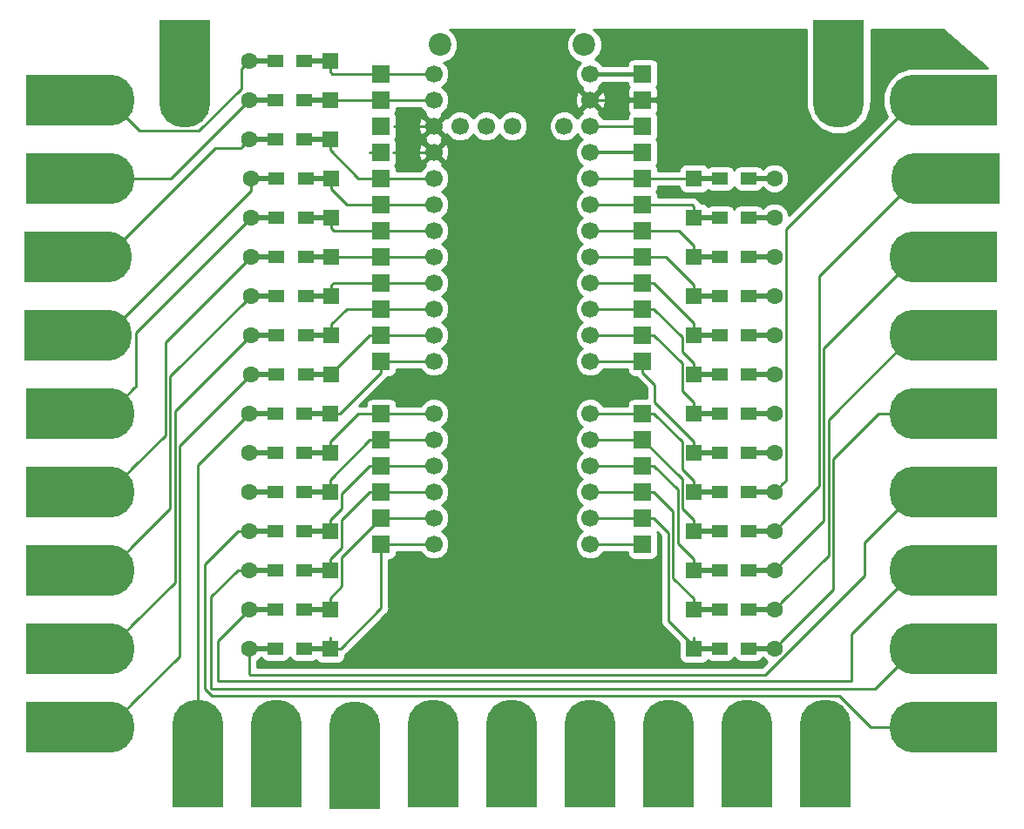
<source format=gbr>
G04 #@! TF.GenerationSoftware,KiCad,Pcbnew,(5.0.1-3-g963ef8bb5)*
G04 #@! TF.CreationDate,2019-02-13T00:25:30-08:00*
G04 #@! TF.ProjectId,midi-anything,6D6964692D616E797468696E672E6B69,rev?*
G04 #@! TF.SameCoordinates,Original*
G04 #@! TF.FileFunction,Copper,L1,Top,Signal*
G04 #@! TF.FilePolarity,Positive*
%FSLAX46Y46*%
G04 Gerber Fmt 4.6, Leading zero omitted, Abs format (unit mm)*
G04 Created by KiCad (PCBNEW (5.0.1-3-g963ef8bb5)) date Wednesday, February 13, 2019 at 12:25:30 AM*
%MOMM*%
%LPD*%
G01*
G04 APERTURE LIST*
G04 #@! TA.AperFunction,SMDPad,CuDef*
%ADD10R,8.000000X5.000000*%
G04 #@! TD*
G04 #@! TA.AperFunction,ComponentPad*
%ADD11C,5.000000*%
G04 #@! TD*
G04 #@! TA.AperFunction,SMDPad,CuDef*
%ADD12R,5.000000X8.000000*%
G04 #@! TD*
G04 #@! TA.AperFunction,ComponentPad*
%ADD13C,1.700000*%
G04 #@! TD*
G04 #@! TA.AperFunction,ComponentPad*
%ADD14C,2.200000*%
G04 #@! TD*
G04 #@! TA.AperFunction,ComponentPad*
%ADD15R,1.700000X1.700000*%
G04 #@! TD*
G04 #@! TA.AperFunction,SMDPad,CuDef*
%ADD16R,1.600000X1.200000*%
G04 #@! TD*
G04 #@! TA.AperFunction,ComponentPad*
%ADD17C,1.600000*%
G04 #@! TD*
G04 #@! TA.AperFunction,ComponentPad*
%ADD18R,1.600000X1.600000*%
G04 #@! TD*
G04 #@! TA.AperFunction,Conductor*
%ADD19R,2.900000X0.500000*%
G04 #@! TD*
G04 #@! TA.AperFunction,Conductor*
%ADD20C,0.250000*%
G04 #@! TD*
G04 #@! TA.AperFunction,Conductor*
%ADD21C,0.350000*%
G04 #@! TD*
G04 #@! TA.AperFunction,Conductor*
%ADD22C,0.450000*%
G04 #@! TD*
G04 #@! TA.AperFunction,Conductor*
%ADD23C,0.254000*%
G04 #@! TD*
G04 APERTURE END LIST*
D10*
G04 #@! TO.P,H1,1*
G04 #@! TO.N,Net-(D1-Pad2)*
X100330000Y-64770000D03*
D11*
X104330000Y-64770000D03*
G04 #@! TD*
G04 #@! TO.P,H2,1*
G04 #@! TO.N,Net-(D2-Pad2)*
X104330000Y-72390000D03*
D10*
X100330000Y-72390000D03*
G04 #@! TD*
G04 #@! TO.P,H3,1*
G04 #@! TO.N,Net-(D3-Pad2)*
X100140000Y-80010000D03*
D11*
X104140000Y-80010000D03*
G04 #@! TD*
G04 #@! TO.P,H4,1*
G04 #@! TO.N,Net-(D4-Pad2)*
X104140000Y-87630000D03*
D10*
X100140000Y-87630000D03*
G04 #@! TD*
G04 #@! TO.P,H5,1*
G04 #@! TO.N,Net-(D5-Pad2)*
X100330000Y-95250000D03*
D11*
X104330000Y-95250000D03*
G04 #@! TD*
G04 #@! TO.P,H6,1*
G04 #@! TO.N,Net-(D6-Pad2)*
X104330000Y-102870000D03*
D10*
X100330000Y-102870000D03*
G04 #@! TD*
G04 #@! TO.P,H7,1*
G04 #@! TO.N,Net-(D7-Pad2)*
X100330000Y-110490000D03*
D11*
X104330000Y-110490000D03*
G04 #@! TD*
G04 #@! TO.P,H8,1*
G04 #@! TO.N,Net-(D8-Pad2)*
X104330000Y-118110000D03*
D10*
X100330000Y-118110000D03*
G04 #@! TD*
G04 #@! TO.P,H9,1*
G04 #@! TO.N,Net-(D9-Pad2)*
X100330000Y-125730000D03*
D11*
X104330000Y-125730000D03*
G04 #@! TD*
D12*
G04 #@! TO.P,H10,1*
G04 #@! TO.N,Net-(D10-Pad2)*
X113030000Y-129540000D03*
D11*
X113030000Y-125540000D03*
G04 #@! TD*
G04 #@! TO.P,H11,1*
G04 #@! TO.N,Net-(D13-Pad2)*
X182690000Y-125730000D03*
D10*
X186690000Y-125730000D03*
G04 #@! TD*
G04 #@! TO.P,H12,1*
G04 #@! TO.N,Net-(D14-Pad2)*
X186690000Y-118110000D03*
D11*
X182690000Y-118110000D03*
G04 #@! TD*
G04 #@! TO.P,H13,1*
G04 #@! TO.N,Net-(D15-Pad2)*
X182690000Y-110490000D03*
D10*
X186690000Y-110490000D03*
G04 #@! TD*
D11*
G04 #@! TO.P,H14,1*
G04 #@! TO.N,Net-(D16-Pad2)*
X182690000Y-102870000D03*
D10*
X186690000Y-102870000D03*
G04 #@! TD*
D11*
G04 #@! TO.P,H15,1*
G04 #@! TO.N,Net-(D12-Pad2)*
X175260000Y-64960000D03*
D12*
G04 #@! TO.N,N/C*
X175260000Y-60960000D03*
G04 #@! TD*
G04 #@! TO.P,H16,1*
G04 #@! TO.N,N/C*
X111760000Y-60960000D03*
D11*
G04 #@! TO.N,Net-(D11-Pad2)*
X111760000Y-64960000D03*
G04 #@! TD*
D12*
G04 #@! TO.P,H17,1*
G04 #@! TO.N,Net-(D17-Pad2)*
X173990000Y-129540000D03*
D11*
X173990000Y-125540000D03*
G04 #@! TD*
G04 #@! TO.P,H18,1*
G04 #@! TO.N,Net-(D29-Pad2)*
X166370000Y-125540000D03*
D12*
X166370000Y-129540000D03*
G04 #@! TD*
G04 #@! TO.P,H19,1*
G04 #@! TO.N,Net-(D28-Pad2)*
X158750000Y-129540000D03*
D11*
X158750000Y-125540000D03*
G04 #@! TD*
G04 #@! TO.P,H20,1*
G04 #@! TO.N,Net-(D27-Pad2)*
X151130000Y-125540000D03*
D12*
X151130000Y-129540000D03*
G04 #@! TD*
G04 #@! TO.P,H21,1*
G04 #@! TO.N,Net-(D26-Pad2)*
X143510000Y-129540000D03*
D11*
X143510000Y-125540000D03*
G04 #@! TD*
G04 #@! TO.P,H22,1*
G04 #@! TO.N,Net-(D25-Pad2)*
X135890000Y-125540000D03*
D12*
X135890000Y-129540000D03*
G04 #@! TD*
G04 #@! TO.P,H23,1*
G04 #@! TO.N,Net-(D24-Pad2)*
X128270000Y-129730000D03*
D11*
X128270000Y-125730000D03*
G04 #@! TD*
G04 #@! TO.P,H24,1*
G04 #@! TO.N,Net-(D23-Pad2)*
X120650000Y-125540000D03*
D12*
X120650000Y-129540000D03*
G04 #@! TD*
D10*
G04 #@! TO.P,H25,1*
G04 #@! TO.N,Net-(D22-Pad2)*
X186690000Y-64770000D03*
D11*
X182690000Y-64770000D03*
G04 #@! TD*
G04 #@! TO.P,H26,1*
G04 #@! TO.N,Net-(D21-Pad2)*
X182880000Y-72390000D03*
D10*
X186880000Y-72390000D03*
G04 #@! TD*
G04 #@! TO.P,H27,1*
G04 #@! TO.N,Net-(D20-Pad2)*
X186690000Y-80010000D03*
D11*
X182690000Y-80010000D03*
G04 #@! TD*
G04 #@! TO.P,H28,1*
G04 #@! TO.N,Net-(D19-Pad2)*
X182690000Y-87630000D03*
D10*
X186690000Y-87630000D03*
G04 #@! TD*
G04 #@! TO.P,H29,1*
G04 #@! TO.N,Net-(D18-Pad2)*
X186690000Y-95250000D03*
D11*
X182690000Y-95250000D03*
G04 #@! TD*
D13*
G04 #@! TO.P,U1,RST*
G04 #@! TO.N,Net-(J17-Pad1)*
X151125000Y-107940000D03*
G04 #@! TO.P,U1,A13*
G04 #@! TO.N,Net-(D18-Pad1)*
X151125000Y-105400000D03*
G04 #@! TO.P,U1,B12*
G04 #@! TO.N,Net-(D20-Pad1)*
X151125000Y-100320000D03*
G04 #@! TO.P,U1,A14*
G04 #@! TO.N,Net-(D19-Pad1)*
X151125000Y-102860000D03*
G04 #@! TO.P,U1,B10*
G04 #@! TO.N,Net-(D22-Pad1)*
X151125000Y-95240000D03*
G04 #@! TO.P,U1,B11*
G04 #@! TO.N,Net-(D21-Pad1)*
X151125000Y-97780000D03*
G04 #@! TO.P,U1,B9*
G04 #@! TO.N,Net-(D23-Pad1)*
X151125000Y-90160000D03*
G04 #@! TO.P,U1,B13*
G04 #@! TO.N,Net-(D26-Pad1)*
X151125000Y-82540000D03*
G04 #@! TO.P,U1,B15*
G04 #@! TO.N,Net-(D24-Pad1)*
X151125000Y-87620000D03*
G04 #@! TO.P,U1,B14*
G04 #@! TO.N,Net-(D25-Pad1)*
X151125000Y-85080000D03*
G04 #@! TO.P,U1,B8*
G04 #@! TO.N,Net-(D27-Pad1)*
X151125000Y-80000000D03*
G04 #@! TO.P,U1,A0*
G04 #@! TO.N,Net-(D28-Pad1)*
X151125000Y-77460000D03*
G04 #@! TO.P,U1,A1*
G04 #@! TO.N,Net-(D29-Pad1)*
X151125000Y-74920000D03*
G04 #@! TO.P,U1,3.3V*
G04 #@! TO.N,Net-(J31-Pad1)*
X151125000Y-69840000D03*
G04 #@! TO.P,U1,A3|5v*
G04 #@! TO.N,Net-(U1-PadA3|5v)*
X148585000Y-67300000D03*
G04 #@! TO.P,U1,A2*
G04 #@! TO.N,Net-(D17-Pad1)*
X151125000Y-72380000D03*
G04 #@! TO.P,U1,DFU*
G04 #@! TO.N,Net-(J32-Pad1)*
X151125000Y-67300000D03*
G04 #@! TO.P,U1,GND*
G04 #@! TO.N,Net-(J33-Pad1)*
X151125000Y-64760000D03*
G04 #@! TO.P,U1,A4*
G04 #@! TO.N,Net-(D11-Pad1)*
X135910000Y-95240000D03*
G04 #@! TO.P,U1,A15*
G04 #@! TO.N,Net-(D16-Pad1)*
X135910000Y-107940000D03*
G04 #@! TO.P,U1,A6*
G04 #@! TO.N,Net-(D13-Pad1)*
X135910000Y-100320000D03*
G04 #@! TO.P,U1,A8*
G04 #@! TO.N,Net-(D15-Pad1)*
X135910000Y-105400000D03*
G04 #@! TO.P,U1,A7*
G04 #@! TO.N,Net-(D14-Pad1)*
X135910000Y-102860000D03*
G04 #@! TO.P,U1,A5*
G04 #@! TO.N,Net-(D12-Pad1)*
X135910000Y-97780000D03*
G04 #@! TO.P,U1,B0*
G04 #@! TO.N,Net-(D10-Pad1)*
X135910000Y-90160000D03*
G04 #@! TO.P,U1,B1*
G04 #@! TO.N,Net-(D9-Pad1)*
X135910000Y-87620000D03*
G04 #@! TO.P,U1,B2*
G04 #@! TO.N,Net-(D8-Pad1)*
X135910000Y-85080000D03*
G04 #@! TO.P,U1,B3*
G04 #@! TO.N,Net-(D7-Pad1)*
X135910000Y-82540000D03*
G04 #@! TO.P,U1,B4*
G04 #@! TO.N,Net-(D6-Pad1)*
X135910000Y-80000000D03*
G04 #@! TO.P,U1,B5*
G04 #@! TO.N,Net-(D5-Pad1)*
X135910000Y-77460000D03*
G04 #@! TO.P,U1,CHRG*
G04 #@! TO.N,Net-(U1-PadCHRG)*
X143530000Y-67300000D03*
G04 #@! TO.P,U1,D-*
G04 #@! TO.N,Net-(U1-PadD-)*
X140990000Y-67300000D03*
G04 #@! TO.P,U1,B6*
G04 #@! TO.N,Net-(D4-Pad1)*
X135910000Y-74920000D03*
G04 #@! TO.P,U1,B7*
G04 #@! TO.N,Net-(D3-Pad1)*
X135910000Y-72380000D03*
G04 #@! TO.P,U1,GND*
G04 #@! TO.N,Net-(J33-Pad1)*
X135910000Y-69840000D03*
X135910000Y-67300000D03*
G04 #@! TO.P,U1,D+*
G04 #@! TO.N,Net-(U1-PadD+)*
X138450000Y-67300000D03*
G04 #@! TO.P,U1,A9*
G04 #@! TO.N,Net-(D1-Pad1)*
X135910000Y-62220000D03*
D14*
G04 #@! TO.P,U1,SCRE*
G04 #@! TO.N,N/C*
X136519600Y-59395200D03*
X150515000Y-59395200D03*
D13*
G04 #@! TO.P,U1,A10*
G04 #@! TO.N,Net-(D2-Pad1)*
X135910000Y-64760000D03*
G04 #@! TO.P,U1,5V*
G04 #@! TO.N,Net-(J34-Pad1)*
X151125000Y-62220000D03*
G04 #@! TD*
D15*
G04 #@! TO.P,J1,1*
G04 #@! TO.N,Net-(D1-Pad1)*
X130810000Y-62230000D03*
G04 #@! TD*
G04 #@! TO.P,J2,1*
G04 #@! TO.N,Net-(D2-Pad1)*
X130810000Y-64770000D03*
G04 #@! TD*
G04 #@! TO.P,J3,1*
G04 #@! TO.N,Net-(D3-Pad1)*
X130810000Y-72390000D03*
G04 #@! TD*
G04 #@! TO.P,J4,1*
G04 #@! TO.N,Net-(D4-Pad1)*
X130810000Y-74930000D03*
G04 #@! TD*
G04 #@! TO.P,J5,1*
G04 #@! TO.N,Net-(D5-Pad1)*
X130810000Y-77470000D03*
G04 #@! TD*
G04 #@! TO.P,J6,1*
G04 #@! TO.N,Net-(D6-Pad1)*
X130810000Y-80010000D03*
G04 #@! TD*
G04 #@! TO.P,J7,1*
G04 #@! TO.N,Net-(D7-Pad1)*
X130810000Y-82550000D03*
G04 #@! TD*
G04 #@! TO.P,J8,1*
G04 #@! TO.N,Net-(D8-Pad1)*
X130810000Y-85090000D03*
G04 #@! TD*
G04 #@! TO.P,J9,1*
G04 #@! TO.N,Net-(D9-Pad1)*
X130810000Y-87630000D03*
G04 #@! TD*
G04 #@! TO.P,J10,1*
G04 #@! TO.N,Net-(D10-Pad1)*
X130810000Y-90170000D03*
G04 #@! TD*
G04 #@! TO.P,J11,1*
G04 #@! TO.N,Net-(D11-Pad1)*
X130810000Y-95250000D03*
G04 #@! TD*
G04 #@! TO.P,J12,1*
G04 #@! TO.N,Net-(D12-Pad1)*
X130810000Y-97790000D03*
G04 #@! TD*
G04 #@! TO.P,J13,1*
G04 #@! TO.N,Net-(D13-Pad1)*
X130810000Y-100330000D03*
G04 #@! TD*
G04 #@! TO.P,J14,1*
G04 #@! TO.N,Net-(D14-Pad1)*
X130810000Y-102870000D03*
G04 #@! TD*
G04 #@! TO.P,J15,1*
G04 #@! TO.N,Net-(D15-Pad1)*
X130810000Y-105410000D03*
G04 #@! TD*
G04 #@! TO.P,J16,1*
G04 #@! TO.N,Net-(D16-Pad1)*
X130810000Y-107950000D03*
G04 #@! TD*
G04 #@! TO.P,J17,1*
G04 #@! TO.N,Net-(J17-Pad1)*
X156210000Y-107950000D03*
G04 #@! TD*
G04 #@! TO.P,J18,1*
G04 #@! TO.N,Net-(D18-Pad1)*
X156210000Y-105410000D03*
G04 #@! TD*
G04 #@! TO.P,J19,1*
G04 #@! TO.N,Net-(D19-Pad1)*
X156210000Y-102870000D03*
G04 #@! TD*
G04 #@! TO.P,J20,1*
G04 #@! TO.N,Net-(D20-Pad1)*
X156210000Y-100330000D03*
G04 #@! TD*
G04 #@! TO.P,J21,1*
G04 #@! TO.N,Net-(D21-Pad1)*
X156210000Y-97790000D03*
G04 #@! TD*
G04 #@! TO.P,J22,1*
G04 #@! TO.N,Net-(D22-Pad1)*
X156210000Y-95250000D03*
G04 #@! TD*
G04 #@! TO.P,J23,1*
G04 #@! TO.N,Net-(D23-Pad1)*
X156210000Y-90170000D03*
G04 #@! TD*
G04 #@! TO.P,J24,1*
G04 #@! TO.N,Net-(D24-Pad1)*
X156210000Y-87630000D03*
G04 #@! TD*
G04 #@! TO.P,J25,1*
G04 #@! TO.N,Net-(D25-Pad1)*
X156210000Y-85090000D03*
G04 #@! TD*
G04 #@! TO.P,J26,1*
G04 #@! TO.N,Net-(D26-Pad1)*
X156210000Y-82550000D03*
G04 #@! TD*
G04 #@! TO.P,J27,1*
G04 #@! TO.N,Net-(D27-Pad1)*
X156210000Y-80010000D03*
G04 #@! TD*
G04 #@! TO.P,J28,1*
G04 #@! TO.N,Net-(D28-Pad1)*
X156210000Y-77470000D03*
G04 #@! TD*
G04 #@! TO.P,J29,1*
G04 #@! TO.N,Net-(D29-Pad1)*
X156210000Y-74930000D03*
G04 #@! TD*
G04 #@! TO.P,J30,1*
G04 #@! TO.N,Net-(D17-Pad1)*
X156210000Y-72390000D03*
G04 #@! TD*
G04 #@! TO.P,J31,1*
G04 #@! TO.N,Net-(J31-Pad1)*
X156210000Y-69850000D03*
G04 #@! TD*
G04 #@! TO.P,J32,1*
G04 #@! TO.N,Net-(J32-Pad1)*
X156210000Y-67310000D03*
G04 #@! TD*
G04 #@! TO.P,J33,1*
G04 #@! TO.N,Net-(J33-Pad1)*
X156210000Y-64770000D03*
G04 #@! TD*
G04 #@! TO.P,J34,1*
G04 #@! TO.N,Net-(J34-Pad1)*
X156210000Y-62230000D03*
G04 #@! TD*
G04 #@! TO.P,J35,1*
G04 #@! TO.N,Net-(J35-Pad1)*
X130810000Y-67310000D03*
G04 #@! TD*
G04 #@! TO.P,J36,1*
G04 #@! TO.N,Net-(J36-Pad1)*
X130810000Y-69850000D03*
G04 #@! TD*
D16*
G04 #@! TO.P,D1,1*
G04 #@! TO.N,Net-(D1-Pad1)*
X123320000Y-60960000D03*
G04 #@! TO.P,D1,2*
G04 #@! TO.N,Net-(D1-Pad2)*
X120520000Y-60960000D03*
D17*
X118020000Y-60960000D03*
D18*
G04 #@! TO.P,D1,1*
G04 #@! TO.N,Net-(D1-Pad1)*
X125820000Y-60960000D03*
D19*
G04 #@! TD*
G04 #@! TO.N,Net-(D1-Pad2)*
G04 #@! TO.C,D1*
X119420000Y-60960000D03*
G04 #@! TO.N,Net-(D1-Pad1)*
G04 #@! TO.C,D1*
X124420000Y-60960000D03*
G04 #@! TD*
D16*
G04 #@! TO.P,D2,1*
G04 #@! TO.N,Net-(D2-Pad1)*
X123320000Y-64770000D03*
G04 #@! TO.P,D2,2*
G04 #@! TO.N,Net-(D2-Pad2)*
X120520000Y-64770000D03*
D17*
X118020000Y-64770000D03*
D18*
G04 #@! TO.P,D2,1*
G04 #@! TO.N,Net-(D2-Pad1)*
X125820000Y-64770000D03*
D19*
G04 #@! TD*
G04 #@! TO.N,Net-(D2-Pad2)*
G04 #@! TO.C,D2*
X119420000Y-64770000D03*
G04 #@! TO.N,Net-(D2-Pad1)*
G04 #@! TO.C,D2*
X124420000Y-64770000D03*
G04 #@! TD*
G04 #@! TO.N,Net-(D3-Pad1)*
G04 #@! TO.C,D3*
X124420000Y-68580000D03*
G04 #@! TO.N,Net-(D3-Pad2)*
X119420000Y-68580000D03*
D18*
G04 #@! TD*
G04 #@! TO.P,D3,1*
G04 #@! TO.N,Net-(D3-Pad1)*
X125820000Y-68580000D03*
D17*
G04 #@! TO.P,D3,2*
G04 #@! TO.N,Net-(D3-Pad2)*
X118020000Y-68580000D03*
D16*
X120520000Y-68580000D03*
G04 #@! TO.P,D3,1*
G04 #@! TO.N,Net-(D3-Pad1)*
X123320000Y-68580000D03*
G04 #@! TD*
G04 #@! TO.P,D4,1*
G04 #@! TO.N,Net-(D4-Pad1)*
X123450000Y-72390000D03*
G04 #@! TO.P,D4,2*
G04 #@! TO.N,Net-(D4-Pad2)*
X120650000Y-72390000D03*
D17*
X118150000Y-72390000D03*
D18*
G04 #@! TO.P,D4,1*
G04 #@! TO.N,Net-(D4-Pad1)*
X125950000Y-72390000D03*
D19*
G04 #@! TD*
G04 #@! TO.N,Net-(D4-Pad2)*
G04 #@! TO.C,D4*
X119550000Y-72390000D03*
G04 #@! TO.N,Net-(D4-Pad1)*
G04 #@! TO.C,D4*
X124550000Y-72390000D03*
G04 #@! TD*
G04 #@! TO.N,Net-(D5-Pad1)*
G04 #@! TO.C,D5*
X124550000Y-76200000D03*
G04 #@! TO.N,Net-(D5-Pad2)*
X119550000Y-76200000D03*
D18*
G04 #@! TD*
G04 #@! TO.P,D5,1*
G04 #@! TO.N,Net-(D5-Pad1)*
X125950000Y-76200000D03*
D17*
G04 #@! TO.P,D5,2*
G04 #@! TO.N,Net-(D5-Pad2)*
X118150000Y-76200000D03*
D16*
X120650000Y-76200000D03*
G04 #@! TO.P,D5,1*
G04 #@! TO.N,Net-(D5-Pad1)*
X123450000Y-76200000D03*
G04 #@! TD*
G04 #@! TO.P,D6,1*
G04 #@! TO.N,Net-(D6-Pad1)*
X123450000Y-80010000D03*
G04 #@! TO.P,D6,2*
G04 #@! TO.N,Net-(D6-Pad2)*
X120650000Y-80010000D03*
D17*
X118150000Y-80010000D03*
D18*
G04 #@! TO.P,D6,1*
G04 #@! TO.N,Net-(D6-Pad1)*
X125950000Y-80010000D03*
D19*
G04 #@! TD*
G04 #@! TO.N,Net-(D6-Pad2)*
G04 #@! TO.C,D6*
X119550000Y-80010000D03*
G04 #@! TO.N,Net-(D6-Pad1)*
G04 #@! TO.C,D6*
X124550000Y-80010000D03*
G04 #@! TD*
G04 #@! TO.N,Net-(D7-Pad1)*
G04 #@! TO.C,D7*
X124550000Y-83820000D03*
G04 #@! TO.N,Net-(D7-Pad2)*
X119550000Y-83820000D03*
D18*
G04 #@! TD*
G04 #@! TO.P,D7,1*
G04 #@! TO.N,Net-(D7-Pad1)*
X125950000Y-83820000D03*
D17*
G04 #@! TO.P,D7,2*
G04 #@! TO.N,Net-(D7-Pad2)*
X118150000Y-83820000D03*
D16*
X120650000Y-83820000D03*
G04 #@! TO.P,D7,1*
G04 #@! TO.N,Net-(D7-Pad1)*
X123450000Y-83820000D03*
G04 #@! TD*
G04 #@! TO.P,D8,1*
G04 #@! TO.N,Net-(D8-Pad1)*
X123450000Y-87630000D03*
G04 #@! TO.P,D8,2*
G04 #@! TO.N,Net-(D8-Pad2)*
X120650000Y-87630000D03*
D17*
X118150000Y-87630000D03*
D18*
G04 #@! TO.P,D8,1*
G04 #@! TO.N,Net-(D8-Pad1)*
X125950000Y-87630000D03*
D19*
G04 #@! TD*
G04 #@! TO.N,Net-(D8-Pad2)*
G04 #@! TO.C,D8*
X119550000Y-87630000D03*
G04 #@! TO.N,Net-(D8-Pad1)*
G04 #@! TO.C,D8*
X124550000Y-87630000D03*
G04 #@! TD*
G04 #@! TO.N,Net-(D9-Pad1)*
G04 #@! TO.C,D9*
X124550000Y-91440000D03*
G04 #@! TO.N,Net-(D9-Pad2)*
X119550000Y-91440000D03*
D18*
G04 #@! TD*
G04 #@! TO.P,D9,1*
G04 #@! TO.N,Net-(D9-Pad1)*
X125950000Y-91440000D03*
D17*
G04 #@! TO.P,D9,2*
G04 #@! TO.N,Net-(D9-Pad2)*
X118150000Y-91440000D03*
D16*
X120650000Y-91440000D03*
G04 #@! TO.P,D9,1*
G04 #@! TO.N,Net-(D9-Pad1)*
X123450000Y-91440000D03*
G04 #@! TD*
G04 #@! TO.P,D10,1*
G04 #@! TO.N,Net-(D10-Pad1)*
X123320000Y-95250000D03*
G04 #@! TO.P,D10,2*
G04 #@! TO.N,Net-(D10-Pad2)*
X120520000Y-95250000D03*
D17*
X118020000Y-95250000D03*
D18*
G04 #@! TO.P,D10,1*
G04 #@! TO.N,Net-(D10-Pad1)*
X125820000Y-95250000D03*
D19*
G04 #@! TD*
G04 #@! TO.N,Net-(D10-Pad2)*
G04 #@! TO.C,D10*
X119420000Y-95250000D03*
G04 #@! TO.N,Net-(D10-Pad1)*
G04 #@! TO.C,D10*
X124420000Y-95250000D03*
G04 #@! TD*
G04 #@! TO.N,Net-(D11-Pad1)*
G04 #@! TO.C,D11*
X124420000Y-99060000D03*
G04 #@! TO.N,Net-(D11-Pad2)*
X119420000Y-99060000D03*
D18*
G04 #@! TD*
G04 #@! TO.P,D11,1*
G04 #@! TO.N,Net-(D11-Pad1)*
X125820000Y-99060000D03*
D17*
G04 #@! TO.P,D11,2*
G04 #@! TO.N,Net-(D11-Pad2)*
X118020000Y-99060000D03*
D16*
X120520000Y-99060000D03*
G04 #@! TO.P,D11,1*
G04 #@! TO.N,Net-(D11-Pad1)*
X123320000Y-99060000D03*
G04 #@! TD*
G04 #@! TO.P,D12,1*
G04 #@! TO.N,Net-(D12-Pad1)*
X123320000Y-102870000D03*
G04 #@! TO.P,D12,2*
G04 #@! TO.N,Net-(D12-Pad2)*
X120520000Y-102870000D03*
D17*
X118020000Y-102870000D03*
D18*
G04 #@! TO.P,D12,1*
G04 #@! TO.N,Net-(D12-Pad1)*
X125820000Y-102870000D03*
D19*
G04 #@! TD*
G04 #@! TO.N,Net-(D12-Pad2)*
G04 #@! TO.C,D12*
X119420000Y-102870000D03*
G04 #@! TO.N,Net-(D12-Pad1)*
G04 #@! TO.C,D12*
X124420000Y-102870000D03*
G04 #@! TD*
G04 #@! TO.N,Net-(D13-Pad1)*
G04 #@! TO.C,D13*
X124420000Y-106680000D03*
G04 #@! TO.N,Net-(D13-Pad2)*
X119420000Y-106680000D03*
D18*
G04 #@! TD*
G04 #@! TO.P,D13,1*
G04 #@! TO.N,Net-(D13-Pad1)*
X125820000Y-106680000D03*
D17*
G04 #@! TO.P,D13,2*
G04 #@! TO.N,Net-(D13-Pad2)*
X118020000Y-106680000D03*
D16*
X120520000Y-106680000D03*
G04 #@! TO.P,D13,1*
G04 #@! TO.N,Net-(D13-Pad1)*
X123320000Y-106680000D03*
G04 #@! TD*
D19*
G04 #@! TO.N,Net-(D14-Pad1)*
G04 #@! TO.C,D14*
X124420000Y-110490000D03*
G04 #@! TO.N,Net-(D14-Pad2)*
X119420000Y-110490000D03*
D18*
G04 #@! TD*
G04 #@! TO.P,D14,1*
G04 #@! TO.N,Net-(D14-Pad1)*
X125820000Y-110490000D03*
D17*
G04 #@! TO.P,D14,2*
G04 #@! TO.N,Net-(D14-Pad2)*
X118020000Y-110490000D03*
D16*
X120520000Y-110490000D03*
G04 #@! TO.P,D14,1*
G04 #@! TO.N,Net-(D14-Pad1)*
X123320000Y-110490000D03*
G04 #@! TD*
G04 #@! TO.P,D15,1*
G04 #@! TO.N,Net-(D15-Pad1)*
X123320000Y-114300000D03*
G04 #@! TO.P,D15,2*
G04 #@! TO.N,Net-(D15-Pad2)*
X120520000Y-114300000D03*
D17*
X118020000Y-114300000D03*
D18*
G04 #@! TO.P,D15,1*
G04 #@! TO.N,Net-(D15-Pad1)*
X125820000Y-114300000D03*
D19*
G04 #@! TD*
G04 #@! TO.N,Net-(D15-Pad2)*
G04 #@! TO.C,D15*
X119420000Y-114300000D03*
G04 #@! TO.N,Net-(D15-Pad1)*
G04 #@! TO.C,D15*
X124420000Y-114300000D03*
G04 #@! TD*
G04 #@! TO.N,Net-(D16-Pad1)*
G04 #@! TO.C,D16*
X124420000Y-118110000D03*
G04 #@! TO.N,Net-(D16-Pad2)*
X119420000Y-118110000D03*
D18*
G04 #@! TD*
G04 #@! TO.P,D16,1*
G04 #@! TO.N,Net-(D16-Pad1)*
X125820000Y-118110000D03*
D17*
G04 #@! TO.P,D16,2*
G04 #@! TO.N,Net-(D16-Pad2)*
X118020000Y-118110000D03*
D16*
X120520000Y-118110000D03*
G04 #@! TO.P,D16,1*
G04 #@! TO.N,Net-(D16-Pad1)*
X123320000Y-118110000D03*
G04 #@! TD*
D19*
G04 #@! TO.N,Net-(D17-Pad1)*
G04 #@! TO.C,D17*
X162600000Y-72390000D03*
G04 #@! TO.N,Net-(D17-Pad2)*
X167600000Y-72390000D03*
D18*
G04 #@! TD*
G04 #@! TO.P,D17,1*
G04 #@! TO.N,Net-(D17-Pad1)*
X161200000Y-72390000D03*
D17*
G04 #@! TO.P,D17,2*
G04 #@! TO.N,Net-(D17-Pad2)*
X169000000Y-72390000D03*
D16*
X166500000Y-72390000D03*
G04 #@! TO.P,D17,1*
G04 #@! TO.N,Net-(D17-Pad1)*
X163700000Y-72390000D03*
G04 #@! TD*
G04 #@! TO.P,D18,1*
G04 #@! TO.N,Net-(D18-Pad1)*
X163700000Y-118110000D03*
G04 #@! TO.P,D18,2*
G04 #@! TO.N,Net-(D18-Pad2)*
X166500000Y-118110000D03*
D17*
X169000000Y-118110000D03*
D18*
G04 #@! TO.P,D18,1*
G04 #@! TO.N,Net-(D18-Pad1)*
X161200000Y-118110000D03*
D19*
G04 #@! TD*
G04 #@! TO.N,Net-(D18-Pad2)*
G04 #@! TO.C,D18*
X167600000Y-118110000D03*
G04 #@! TO.N,Net-(D18-Pad1)*
G04 #@! TO.C,D18*
X162600000Y-118110000D03*
G04 #@! TD*
G04 #@! TO.N,Net-(D19-Pad1)*
G04 #@! TO.C,D19*
X162600000Y-114300000D03*
G04 #@! TO.N,Net-(D19-Pad2)*
X167600000Y-114300000D03*
D18*
G04 #@! TD*
G04 #@! TO.P,D19,1*
G04 #@! TO.N,Net-(D19-Pad1)*
X161200000Y-114300000D03*
D17*
G04 #@! TO.P,D19,2*
G04 #@! TO.N,Net-(D19-Pad2)*
X169000000Y-114300000D03*
D16*
X166500000Y-114300000D03*
G04 #@! TO.P,D19,1*
G04 #@! TO.N,Net-(D19-Pad1)*
X163700000Y-114300000D03*
G04 #@! TD*
G04 #@! TO.P,D20,1*
G04 #@! TO.N,Net-(D20-Pad1)*
X163700000Y-110490000D03*
G04 #@! TO.P,D20,2*
G04 #@! TO.N,Net-(D20-Pad2)*
X166500000Y-110490000D03*
D17*
X169000000Y-110490000D03*
D18*
G04 #@! TO.P,D20,1*
G04 #@! TO.N,Net-(D20-Pad1)*
X161200000Y-110490000D03*
D19*
G04 #@! TD*
G04 #@! TO.N,Net-(D20-Pad2)*
G04 #@! TO.C,D20*
X167600000Y-110490000D03*
G04 #@! TO.N,Net-(D20-Pad1)*
G04 #@! TO.C,D20*
X162600000Y-110490000D03*
G04 #@! TD*
G04 #@! TO.N,Net-(D21-Pad1)*
G04 #@! TO.C,D21*
X162600000Y-106680000D03*
G04 #@! TO.N,Net-(D21-Pad2)*
X167600000Y-106680000D03*
D18*
G04 #@! TD*
G04 #@! TO.P,D21,1*
G04 #@! TO.N,Net-(D21-Pad1)*
X161200000Y-106680000D03*
D17*
G04 #@! TO.P,D21,2*
G04 #@! TO.N,Net-(D21-Pad2)*
X169000000Y-106680000D03*
D16*
X166500000Y-106680000D03*
G04 #@! TO.P,D21,1*
G04 #@! TO.N,Net-(D21-Pad1)*
X163700000Y-106680000D03*
G04 #@! TD*
G04 #@! TO.P,D22,1*
G04 #@! TO.N,Net-(D22-Pad1)*
X163700000Y-102870000D03*
G04 #@! TO.P,D22,2*
G04 #@! TO.N,Net-(D22-Pad2)*
X166500000Y-102870000D03*
D17*
X169000000Y-102870000D03*
D18*
G04 #@! TO.P,D22,1*
G04 #@! TO.N,Net-(D22-Pad1)*
X161200000Y-102870000D03*
D19*
G04 #@! TD*
G04 #@! TO.N,Net-(D22-Pad2)*
G04 #@! TO.C,D22*
X167600000Y-102870000D03*
G04 #@! TO.N,Net-(D22-Pad1)*
G04 #@! TO.C,D22*
X162600000Y-102870000D03*
G04 #@! TD*
G04 #@! TO.N,Net-(D23-Pad1)*
G04 #@! TO.C,D23*
X162600000Y-99060000D03*
G04 #@! TO.N,Net-(D23-Pad2)*
X167600000Y-99060000D03*
D18*
G04 #@! TD*
G04 #@! TO.P,D23,1*
G04 #@! TO.N,Net-(D23-Pad1)*
X161200000Y-99060000D03*
D17*
G04 #@! TO.P,D23,2*
G04 #@! TO.N,Net-(D23-Pad2)*
X169000000Y-99060000D03*
D16*
X166500000Y-99060000D03*
G04 #@! TO.P,D23,1*
G04 #@! TO.N,Net-(D23-Pad1)*
X163700000Y-99060000D03*
G04 #@! TD*
G04 #@! TO.P,D24,1*
G04 #@! TO.N,Net-(D24-Pad1)*
X163700000Y-95250000D03*
G04 #@! TO.P,D24,2*
G04 #@! TO.N,Net-(D24-Pad2)*
X166500000Y-95250000D03*
D17*
X169000000Y-95250000D03*
D18*
G04 #@! TO.P,D24,1*
G04 #@! TO.N,Net-(D24-Pad1)*
X161200000Y-95250000D03*
D19*
G04 #@! TD*
G04 #@! TO.N,Net-(D24-Pad2)*
G04 #@! TO.C,D24*
X167600000Y-95250000D03*
G04 #@! TO.N,Net-(D24-Pad1)*
G04 #@! TO.C,D24*
X162600000Y-95250000D03*
G04 #@! TD*
G04 #@! TO.N,Net-(D25-Pad1)*
G04 #@! TO.C,D25*
X162600000Y-91440000D03*
G04 #@! TO.N,Net-(D25-Pad2)*
X167600000Y-91440000D03*
D18*
G04 #@! TD*
G04 #@! TO.P,D25,1*
G04 #@! TO.N,Net-(D25-Pad1)*
X161200000Y-91440000D03*
D17*
G04 #@! TO.P,D25,2*
G04 #@! TO.N,Net-(D25-Pad2)*
X169000000Y-91440000D03*
D16*
X166500000Y-91440000D03*
G04 #@! TO.P,D25,1*
G04 #@! TO.N,Net-(D25-Pad1)*
X163700000Y-91440000D03*
G04 #@! TD*
G04 #@! TO.P,D26,1*
G04 #@! TO.N,Net-(D26-Pad1)*
X163700000Y-87630000D03*
G04 #@! TO.P,D26,2*
G04 #@! TO.N,Net-(D26-Pad2)*
X166500000Y-87630000D03*
D17*
X169000000Y-87630000D03*
D18*
G04 #@! TO.P,D26,1*
G04 #@! TO.N,Net-(D26-Pad1)*
X161200000Y-87630000D03*
D19*
G04 #@! TD*
G04 #@! TO.N,Net-(D26-Pad2)*
G04 #@! TO.C,D26*
X167600000Y-87630000D03*
G04 #@! TO.N,Net-(D26-Pad1)*
G04 #@! TO.C,D26*
X162600000Y-87630000D03*
G04 #@! TD*
G04 #@! TO.N,Net-(D27-Pad1)*
G04 #@! TO.C,D27*
X162600000Y-83820000D03*
G04 #@! TO.N,Net-(D27-Pad2)*
X167600000Y-83820000D03*
D18*
G04 #@! TD*
G04 #@! TO.P,D27,1*
G04 #@! TO.N,Net-(D27-Pad1)*
X161200000Y-83820000D03*
D17*
G04 #@! TO.P,D27,2*
G04 #@! TO.N,Net-(D27-Pad2)*
X169000000Y-83820000D03*
D16*
X166500000Y-83820000D03*
G04 #@! TO.P,D27,1*
G04 #@! TO.N,Net-(D27-Pad1)*
X163700000Y-83820000D03*
G04 #@! TD*
G04 #@! TO.P,D28,1*
G04 #@! TO.N,Net-(D28-Pad1)*
X163700000Y-80010000D03*
G04 #@! TO.P,D28,2*
G04 #@! TO.N,Net-(D28-Pad2)*
X166500000Y-80010000D03*
D17*
X169000000Y-80010000D03*
D18*
G04 #@! TO.P,D28,1*
G04 #@! TO.N,Net-(D28-Pad1)*
X161200000Y-80010000D03*
D19*
G04 #@! TD*
G04 #@! TO.N,Net-(D28-Pad2)*
G04 #@! TO.C,D28*
X167600000Y-80010000D03*
G04 #@! TO.N,Net-(D28-Pad1)*
G04 #@! TO.C,D28*
X162600000Y-80010000D03*
G04 #@! TD*
G04 #@! TO.N,Net-(D29-Pad1)*
G04 #@! TO.C,D29*
X162600000Y-76200000D03*
G04 #@! TO.N,Net-(D29-Pad2)*
X167600000Y-76200000D03*
D18*
G04 #@! TD*
G04 #@! TO.P,D29,1*
G04 #@! TO.N,Net-(D29-Pad1)*
X161200000Y-76200000D03*
D17*
G04 #@! TO.P,D29,2*
G04 #@! TO.N,Net-(D29-Pad2)*
X169000000Y-76200000D03*
D16*
X166500000Y-76200000D03*
G04 #@! TO.P,D29,1*
G04 #@! TO.N,Net-(D29-Pad1)*
X163700000Y-76200000D03*
G04 #@! TD*
D20*
G04 #@! TO.N,Net-(J17-Pad1)*
X156200000Y-107940000D02*
X156210000Y-107950000D01*
X151125000Y-107940000D02*
X156200000Y-107940000D01*
G04 #@! TO.N,Net-(D1-Pad1)*
X130820000Y-62220000D02*
X130810000Y-62230000D01*
X135910000Y-62220000D02*
X130820000Y-62220000D01*
X125820000Y-62010000D02*
X125820000Y-60960000D01*
X126040000Y-62230000D02*
X125820000Y-62010000D01*
X130810000Y-62230000D02*
X126040000Y-62230000D01*
G04 #@! TO.N,Net-(D1-Pad2)*
X106829999Y-67269999D02*
X104330000Y-64770000D01*
X107345001Y-67785001D02*
X106829999Y-67269999D01*
X113116001Y-67785001D02*
X107345001Y-67785001D01*
X117220001Y-61759999D02*
X117220001Y-63681001D01*
X117220001Y-63681001D02*
X113116001Y-67785001D01*
X118020000Y-60960000D02*
X117220001Y-61759999D01*
G04 #@! TO.N,Net-(D2-Pad2)*
X110400000Y-72390000D02*
X104330000Y-72390000D01*
X118020000Y-64770000D02*
X110400000Y-72390000D01*
G04 #@! TO.N,Net-(D2-Pad1)*
X130820000Y-64760000D02*
X130810000Y-64770000D01*
X135910000Y-64760000D02*
X130820000Y-64760000D01*
X130810000Y-64770000D02*
X125820000Y-64770000D01*
G04 #@! TO.N,Net-(D3-Pad1)*
X130820000Y-72380000D02*
X130810000Y-72390000D01*
X135910000Y-72380000D02*
X130820000Y-72380000D01*
X125820000Y-69630000D02*
X125820000Y-68580000D01*
X128580000Y-72390000D02*
X125820000Y-69630000D01*
X130810000Y-72390000D02*
X128580000Y-72390000D01*
G04 #@! TO.N,Net-(D3-Pad2)*
X117220001Y-69379999D02*
X117220001Y-69469999D01*
X118020000Y-68580000D02*
X117220001Y-69379999D01*
X114680001Y-69469999D02*
X104140000Y-80010000D01*
X117220001Y-69469999D02*
X114680001Y-69469999D01*
G04 #@! TO.N,Net-(D4-Pad2)*
X118150000Y-73620000D02*
X104140000Y-87630000D01*
X118150000Y-72390000D02*
X118150000Y-73620000D01*
G04 #@! TO.N,Net-(D4-Pad1)*
X130820000Y-74920000D02*
X130810000Y-74930000D01*
X135910000Y-74920000D02*
X130820000Y-74920000D01*
X125950000Y-73440000D02*
X125950000Y-72390000D01*
X127440000Y-74930000D02*
X125950000Y-73440000D01*
X130810000Y-74930000D02*
X127440000Y-74930000D01*
G04 #@! TO.N,Net-(D5-Pad1)*
X130820000Y-77460000D02*
X130810000Y-77470000D01*
X135910000Y-77460000D02*
X130820000Y-77460000D01*
X125950000Y-77250000D02*
X125950000Y-76200000D01*
X126170000Y-77470000D02*
X125950000Y-77250000D01*
X130810000Y-77470000D02*
X126170000Y-77470000D01*
G04 #@! TO.N,Net-(D5-Pad2)*
X106829999Y-92750001D02*
X104330000Y-95250000D01*
X106965001Y-92614999D02*
X106829999Y-92750001D01*
X106965001Y-87384999D02*
X106965001Y-92614999D01*
X118150000Y-76200000D02*
X106965001Y-87384999D01*
G04 #@! TO.N,Net-(D6-Pad2)*
X106829999Y-100370001D02*
X104330000Y-102870000D01*
X109855000Y-88305000D02*
X109855000Y-97345000D01*
X109855000Y-97345000D02*
X106829999Y-100370001D01*
X118150000Y-80010000D02*
X109855000Y-88305000D01*
G04 #@! TO.N,Net-(D6-Pad1)*
X130820000Y-80000000D02*
X130810000Y-80010000D01*
X135910000Y-80000000D02*
X130820000Y-80000000D01*
X130810000Y-80010000D02*
X125950000Y-80010000D01*
G04 #@! TO.N,Net-(D7-Pad1)*
X130820000Y-82540000D02*
X130810000Y-82550000D01*
X135910000Y-82540000D02*
X130820000Y-82540000D01*
X125950000Y-82770000D02*
X125950000Y-83820000D01*
X126170000Y-82550000D02*
X125950000Y-82770000D01*
X130810000Y-82550000D02*
X126170000Y-82550000D01*
G04 #@! TO.N,Net-(D7-Pad2)*
X110305010Y-104514990D02*
X106829999Y-107990001D01*
X110305010Y-91664990D02*
X110305010Y-104514990D01*
X106829999Y-107990001D02*
X104330000Y-110490000D01*
X118150000Y-83820000D02*
X110305010Y-91664990D01*
G04 #@! TO.N,Net-(D8-Pad2)*
X106829999Y-115610001D02*
X104330000Y-118110000D01*
X110755020Y-111684980D02*
X106829999Y-115610001D01*
X110755020Y-95024980D02*
X110755020Y-111684980D01*
X118150000Y-87630000D02*
X110755020Y-95024980D01*
G04 #@! TO.N,Net-(D8-Pad1)*
X130820000Y-85080000D02*
X130810000Y-85090000D01*
X135910000Y-85080000D02*
X130820000Y-85080000D01*
X127440000Y-85090000D02*
X125950000Y-86580000D01*
X125950000Y-86580000D02*
X125950000Y-87630000D01*
X130810000Y-85090000D02*
X127440000Y-85090000D01*
G04 #@! TO.N,Net-(D9-Pad1)*
X130820000Y-87620000D02*
X130810000Y-87630000D01*
X135910000Y-87620000D02*
X130820000Y-87620000D01*
X125950000Y-91390000D02*
X125950000Y-91440000D01*
X129710000Y-87630000D02*
X125950000Y-91390000D01*
X130810000Y-87630000D02*
X129710000Y-87630000D01*
G04 #@! TO.N,Net-(D9-Pad2)*
X106829999Y-123230001D02*
X104330000Y-125730000D01*
X111205030Y-118854970D02*
X106829999Y-123230001D01*
X111205030Y-98384970D02*
X111205030Y-118854970D01*
X118150000Y-91440000D02*
X111205030Y-98384970D01*
G04 #@! TO.N,Net-(D10-Pad2)*
X113030000Y-100240000D02*
X113030000Y-125540000D01*
X118020000Y-95250000D02*
X113030000Y-100240000D01*
G04 #@! TO.N,Net-(D10-Pad1)*
X130820000Y-90160000D02*
X130810000Y-90170000D01*
X135910000Y-90160000D02*
X130820000Y-90160000D01*
X130810000Y-91270000D02*
X126830000Y-95250000D01*
X126830000Y-95250000D02*
X125820000Y-95250000D01*
X130810000Y-90170000D02*
X130810000Y-91270000D01*
G04 #@! TO.N,Net-(D11-Pad1)*
X130820000Y-95240000D02*
X130810000Y-95250000D01*
X135910000Y-95240000D02*
X130820000Y-95240000D01*
X125820000Y-98010000D02*
X125820000Y-99060000D01*
X128580000Y-95250000D02*
X125820000Y-98010000D01*
X130810000Y-95250000D02*
X128580000Y-95250000D01*
G04 #@! TO.N,Net-(D12-Pad1)*
X130820000Y-97780000D02*
X130810000Y-97790000D01*
X135910000Y-97780000D02*
X130820000Y-97780000D01*
X125820000Y-101820000D02*
X125820000Y-102870000D01*
X125820000Y-101680000D02*
X125820000Y-101820000D01*
X129710000Y-97790000D02*
X125820000Y-101680000D01*
X130810000Y-97790000D02*
X129710000Y-97790000D01*
G04 #@! TO.N,Net-(D13-Pad1)*
X130820000Y-100320000D02*
X130810000Y-100330000D01*
X135910000Y-100320000D02*
X130820000Y-100320000D01*
X126945001Y-104504999D02*
X125820000Y-105630000D01*
X126945001Y-103094999D02*
X126945001Y-104504999D01*
X129710000Y-100330000D02*
X126945001Y-103094999D01*
X125820000Y-105630000D02*
X125820000Y-106680000D01*
X130810000Y-100330000D02*
X129710000Y-100330000D01*
G04 #@! TO.N,Net-(D13-Pad2)*
X116888630Y-106680000D02*
X118020000Y-106680000D01*
X113665000Y-121993998D02*
X113665000Y-109903630D01*
X114386001Y-122714999D02*
X113665000Y-121993998D01*
X113665000Y-109903630D02*
X116888630Y-106680000D01*
X182690000Y-125730000D02*
X178361002Y-125730000D01*
X178361002Y-125730000D02*
X175346001Y-122714999D01*
X175346001Y-122714999D02*
X114386001Y-122714999D01*
G04 #@! TO.N,Net-(D14-Pad1)*
X130820000Y-102860000D02*
X130810000Y-102870000D01*
X135910000Y-102860000D02*
X130820000Y-102860000D01*
X125820000Y-109440000D02*
X125820000Y-110490000D01*
X126945001Y-108314999D02*
X125820000Y-109440000D01*
X126945001Y-105634999D02*
X126945001Y-108314999D01*
X129710000Y-102870000D02*
X126945001Y-105634999D01*
X130810000Y-102870000D02*
X129710000Y-102870000D01*
G04 #@! TO.N,Net-(D14-Pad2)*
X116888630Y-110490000D02*
X114300000Y-113078630D01*
X118020000Y-110490000D02*
X116888630Y-110490000D01*
X114300000Y-113078630D02*
X114300000Y-121992588D01*
X178807412Y-121992588D02*
X182690000Y-118110000D01*
X114300000Y-121992588D02*
X178807412Y-121992588D01*
G04 #@! TO.N,Net-(D15-Pad2)*
X118020000Y-114300000D02*
X114935000Y-117385000D01*
X114935000Y-117385000D02*
X114935000Y-121285000D01*
X114935000Y-121285000D02*
X176530000Y-121285000D01*
X176530000Y-116650000D02*
X182690000Y-110490000D01*
X176530000Y-121285000D02*
X176530000Y-116650000D01*
G04 #@! TO.N,Net-(D15-Pad1)*
X130820000Y-105400000D02*
X130810000Y-105410000D01*
X135910000Y-105400000D02*
X130820000Y-105400000D01*
X125820000Y-113250000D02*
X125820000Y-114300000D01*
X127000000Y-112070000D02*
X125820000Y-113250000D01*
X127000000Y-109220000D02*
X127000000Y-112070000D01*
X130810000Y-105410000D02*
X127000000Y-109220000D01*
G04 #@! TO.N,Net-(D16-Pad2)*
X118020000Y-118110000D02*
X118020000Y-120560000D01*
X118020000Y-120560000D02*
X118110000Y-120650000D01*
X168125002Y-120650000D02*
X177800000Y-110975002D01*
X118110000Y-120650000D02*
X168125002Y-120650000D01*
X177800000Y-107760000D02*
X182690000Y-102870000D01*
X177800000Y-110975002D02*
X177800000Y-107760000D01*
G04 #@! TO.N,Net-(D16-Pad1)*
X125820000Y-117060000D02*
X125820000Y-118110000D01*
X135900000Y-107950000D02*
X135910000Y-107940000D01*
X130810000Y-107950000D02*
X135900000Y-107950000D01*
X126870000Y-118110000D02*
X125820000Y-118110000D01*
X130810000Y-114170000D02*
X126870000Y-118110000D01*
X130810000Y-107950000D02*
X130810000Y-114170000D01*
G04 #@! TO.N,Net-(D17-Pad1)*
X156200000Y-72380000D02*
X156210000Y-72390000D01*
X151125000Y-72380000D02*
X156200000Y-72380000D01*
X156210000Y-72390000D02*
X161200000Y-72390000D01*
G04 #@! TO.N,Net-(D18-Pad2)*
X169799999Y-117310001D02*
X169000000Y-118110000D01*
X174705030Y-112404970D02*
X169799999Y-117310001D01*
X174705030Y-99699437D02*
X174705030Y-112404970D01*
X179154467Y-95250000D02*
X174705030Y-99699437D01*
X182690000Y-95250000D02*
X179154467Y-95250000D01*
G04 #@! TO.N,Net-(D18-Pad1)*
X156200000Y-105400000D02*
X156210000Y-105410000D01*
X151125000Y-105400000D02*
X156200000Y-105400000D01*
X161200000Y-117060000D02*
X161200000Y-118110000D01*
X158724969Y-115434969D02*
X161400000Y-118110000D01*
X158724969Y-106824969D02*
X158724969Y-115434969D01*
X157310000Y-105410000D02*
X158724969Y-106824969D01*
X161400000Y-118110000D02*
X162600000Y-118110000D01*
X156210000Y-105410000D02*
X157310000Y-105410000D01*
G04 #@! TO.N,Net-(D19-Pad1)*
X156200000Y-102860000D02*
X156210000Y-102870000D01*
X151125000Y-102860000D02*
X156200000Y-102860000D01*
X161200000Y-113250000D02*
X161200000Y-114300000D01*
X159174979Y-111224979D02*
X161200000Y-113250000D01*
X159174979Y-104734979D02*
X159174979Y-111224979D01*
X157310000Y-102870000D02*
X159174979Y-104734979D01*
X156210000Y-102870000D02*
X157310000Y-102870000D01*
G04 #@! TO.N,Net-(D19-Pad2)*
X174255020Y-109044980D02*
X169799999Y-113500001D01*
X169799999Y-113500001D02*
X169000000Y-114300000D01*
X174255020Y-95814980D02*
X174255020Y-109044980D01*
X182440000Y-87630000D02*
X174255020Y-95814980D01*
X186690000Y-87630000D02*
X182440000Y-87630000D01*
G04 #@! TO.N,Net-(D20-Pad2)*
X169799999Y-109690001D02*
X169000000Y-110490000D01*
X173805010Y-105684990D02*
X169799999Y-109690001D01*
X173805010Y-88894990D02*
X173805010Y-105684990D01*
X182690000Y-80010000D02*
X173805010Y-88894990D01*
G04 #@! TO.N,Net-(D20-Pad1)*
X156200000Y-100320000D02*
X156210000Y-100330000D01*
X151125000Y-100320000D02*
X156200000Y-100320000D01*
X159624989Y-107864989D02*
X161200000Y-109440000D01*
X161200000Y-109440000D02*
X161200000Y-110490000D01*
X159624989Y-102644989D02*
X159624989Y-107864989D01*
X157310000Y-100330000D02*
X159624989Y-102644989D01*
X156210000Y-100330000D02*
X157310000Y-100330000D01*
G04 #@! TO.N,Net-(D21-Pad1)*
X156200000Y-97780000D02*
X156210000Y-97790000D01*
X151125000Y-97780000D02*
X156200000Y-97780000D01*
X161200000Y-105630000D02*
X161200000Y-106680000D01*
X160074999Y-104504999D02*
X161200000Y-105630000D01*
X160074999Y-101654999D02*
X160074999Y-104504999D01*
X156210000Y-97790000D02*
X160074999Y-101654999D01*
G04 #@! TO.N,Net-(D21-Pad2)*
X173355000Y-102325000D02*
X169799999Y-105880001D01*
X173355000Y-81915000D02*
X173355000Y-102325000D01*
X169799999Y-105880001D02*
X169000000Y-106680000D01*
X182880000Y-72390000D02*
X173355000Y-81915000D01*
G04 #@! TO.N,Net-(D22-Pad2)*
X169799999Y-102070001D02*
X169000000Y-102870000D01*
X170125001Y-101744999D02*
X169799999Y-102070001D01*
X170125001Y-77334999D02*
X170125001Y-101744999D01*
X182690000Y-64770000D02*
X170125001Y-77334999D01*
G04 #@! TO.N,Net-(D22-Pad1)*
X156200000Y-95240000D02*
X156210000Y-95250000D01*
X151125000Y-95240000D02*
X156200000Y-95240000D01*
X161200000Y-101820000D02*
X161200000Y-102870000D01*
X160074999Y-100694999D02*
X161200000Y-101820000D01*
X160074999Y-98014999D02*
X160074999Y-100694999D01*
X157310000Y-95250000D02*
X160074999Y-98014999D01*
X156210000Y-95250000D02*
X157310000Y-95250000D01*
G04 #@! TO.N,Net-(D23-Pad1)*
X156200000Y-90160000D02*
X156210000Y-90170000D01*
X151125000Y-90160000D02*
X156200000Y-90160000D01*
X161200000Y-98010000D02*
X161200000Y-99060000D01*
X157385001Y-94195001D02*
X161200000Y-98010000D01*
X157385001Y-92445001D02*
X157385001Y-94195001D01*
X156210000Y-91270000D02*
X157385001Y-92445001D01*
X156210000Y-90170000D02*
X156210000Y-91270000D01*
G04 #@! TO.N,Net-(D24-Pad1)*
X156200000Y-87620000D02*
X156210000Y-87630000D01*
X151125000Y-87620000D02*
X156200000Y-87620000D01*
X161200000Y-94200000D02*
X161200000Y-95250000D01*
X160074999Y-93074999D02*
X161200000Y-94200000D01*
X160074999Y-90394999D02*
X160074999Y-93074999D01*
X157310000Y-87630000D02*
X160074999Y-90394999D01*
X156210000Y-87630000D02*
X157310000Y-87630000D01*
G04 #@! TO.N,Net-(D25-Pad1)*
X156200000Y-85080000D02*
X156210000Y-85090000D01*
X151125000Y-85080000D02*
X156200000Y-85080000D01*
X160074999Y-87854999D02*
X160074999Y-89264999D01*
X161200000Y-90390000D02*
X161200000Y-91440000D01*
X160074999Y-89264999D02*
X161200000Y-90390000D01*
X157310000Y-85090000D02*
X160074999Y-87854999D01*
X156210000Y-85090000D02*
X157310000Y-85090000D01*
G04 #@! TO.N,Net-(D26-Pad1)*
X156200000Y-82540000D02*
X156210000Y-82550000D01*
X151125000Y-82540000D02*
X156200000Y-82540000D01*
X161200000Y-86440000D02*
X161200000Y-86580000D01*
X157310000Y-82550000D02*
X161200000Y-86440000D01*
X161200000Y-86580000D02*
X161200000Y-87630000D01*
X156210000Y-82550000D02*
X157310000Y-82550000D01*
G04 #@! TO.N,Net-(D27-Pad1)*
X156200000Y-80000000D02*
X156210000Y-80010000D01*
X151125000Y-80000000D02*
X156200000Y-80000000D01*
X161200000Y-82770000D02*
X161200000Y-83820000D01*
X158440000Y-80010000D02*
X161200000Y-82770000D01*
X156210000Y-80010000D02*
X158440000Y-80010000D01*
G04 #@! TO.N,Net-(D28-Pad1)*
X156200000Y-77460000D02*
X156210000Y-77470000D01*
X151125000Y-77460000D02*
X156200000Y-77460000D01*
X161200000Y-78960000D02*
X161200000Y-80010000D01*
X159710000Y-77470000D02*
X161200000Y-78960000D01*
X156210000Y-77470000D02*
X159710000Y-77470000D01*
G04 #@! TO.N,Net-(D29-Pad1)*
X156200000Y-74920000D02*
X156210000Y-74930000D01*
X151125000Y-74920000D02*
X156200000Y-74920000D01*
X160980000Y-74930000D02*
X161200000Y-75150000D01*
X161200000Y-75150000D02*
X161200000Y-76200000D01*
X156210000Y-74930000D02*
X160980000Y-74930000D01*
G04 #@! TO.N,Net-(J31-Pad1)*
X156200000Y-69840000D02*
X156210000Y-69850000D01*
D21*
X151125000Y-69840000D02*
X156200000Y-69840000D01*
D20*
G04 #@! TO.N,Net-(J32-Pad1)*
X156200000Y-67300000D02*
X156210000Y-67310000D01*
X151125000Y-67300000D02*
X156200000Y-67300000D01*
G04 #@! TO.N,Net-(J33-Pad1)*
X134707919Y-67300000D02*
X134697919Y-67310000D01*
X135910000Y-67300000D02*
X134707919Y-67300000D01*
X134697919Y-67310000D02*
X132080000Y-67310000D01*
X135910000Y-69840000D02*
X131985001Y-69840000D01*
X156200000Y-64760000D02*
X156210000Y-64770000D01*
X151125000Y-64760000D02*
X156200000Y-64760000D01*
G04 #@! TO.N,Net-(J34-Pad1)*
X156200000Y-62220000D02*
X156210000Y-62230000D01*
D22*
X151125000Y-62220000D02*
X156200000Y-62220000D01*
D20*
G04 #@! TO.N,Net-(J36-Pad1)*
X130810000Y-69850000D02*
X129710000Y-69850000D01*
G04 #@! TD*
D23*
G04 #@! TO.N,Net-(J33-Pad1)*
G36*
X149532201Y-57924338D02*
X149044138Y-58412401D01*
X148780000Y-59050087D01*
X148780000Y-59740313D01*
X149044138Y-60377999D01*
X149532201Y-60866062D01*
X150130859Y-61114034D01*
X149866078Y-61378815D01*
X149640000Y-61924615D01*
X149640000Y-62515385D01*
X149866078Y-63061185D01*
X150283815Y-63478922D01*
X150330247Y-63498155D01*
X150260647Y-63716042D01*
X151125000Y-64580395D01*
X151989353Y-63716042D01*
X151919753Y-63498155D01*
X151966185Y-63478922D01*
X152365107Y-63080000D01*
X154712560Y-63080000D01*
X154761843Y-63327765D01*
X154878949Y-63503025D01*
X154821673Y-63560301D01*
X154725000Y-63793690D01*
X154725000Y-64484250D01*
X154883750Y-64643000D01*
X156083000Y-64643000D01*
X156083000Y-64623000D01*
X156337000Y-64623000D01*
X156337000Y-64643000D01*
X157536250Y-64643000D01*
X157695000Y-64484250D01*
X157695000Y-63793690D01*
X157598327Y-63560301D01*
X157541051Y-63503025D01*
X157658157Y-63327765D01*
X157707440Y-63080000D01*
X157707440Y-61380000D01*
X157658157Y-61132235D01*
X157517809Y-60922191D01*
X157307765Y-60781843D01*
X157060000Y-60732560D01*
X155360000Y-60732560D01*
X155112235Y-60781843D01*
X154902191Y-60922191D01*
X154761843Y-61132235D01*
X154716538Y-61360000D01*
X152365107Y-61360000D01*
X151966185Y-60961078D01*
X151567800Y-60796061D01*
X151985862Y-60377999D01*
X152250000Y-59740313D01*
X152250000Y-59050087D01*
X151985862Y-58412401D01*
X151497799Y-57924338D01*
X151468012Y-57912000D01*
X172112560Y-57912000D01*
X172112560Y-64960000D01*
X172125000Y-65022541D01*
X172125000Y-65583590D01*
X172602276Y-66735835D01*
X173484165Y-67617724D01*
X174636410Y-68095000D01*
X175883590Y-68095000D01*
X177035835Y-67617724D01*
X177917724Y-66735835D01*
X178395000Y-65583590D01*
X178395000Y-65022541D01*
X178407440Y-64960000D01*
X178407440Y-57912000D01*
X185373019Y-57912000D01*
X189702005Y-61622560D01*
X182690000Y-61622560D01*
X182627459Y-61635000D01*
X182066410Y-61635000D01*
X180914165Y-62112276D01*
X180032276Y-62994165D01*
X179555000Y-64146410D01*
X179555000Y-65393590D01*
X179975773Y-66409425D01*
X170435000Y-75950199D01*
X170435000Y-75914561D01*
X170216534Y-75387138D01*
X169812862Y-74983466D01*
X169285439Y-74765000D01*
X168714561Y-74765000D01*
X168187138Y-74983466D01*
X167868044Y-75302560D01*
X167864965Y-75302560D01*
X167757809Y-75142191D01*
X167547765Y-75001843D01*
X167300000Y-74952560D01*
X165700000Y-74952560D01*
X165452235Y-75001843D01*
X165242191Y-75142191D01*
X165101843Y-75352235D01*
X165100000Y-75361500D01*
X165098157Y-75352235D01*
X164957809Y-75142191D01*
X164747765Y-75001843D01*
X164500000Y-74952560D01*
X162900000Y-74952560D01*
X162652235Y-75001843D01*
X162545377Y-75073244D01*
X162457809Y-74942191D01*
X162247765Y-74801843D01*
X162000000Y-74752560D01*
X161848483Y-74752560D01*
X161747929Y-74602071D01*
X161684470Y-74559669D01*
X161570331Y-74445530D01*
X161527929Y-74382071D01*
X161276537Y-74214096D01*
X161054852Y-74170000D01*
X161054847Y-74170000D01*
X160980000Y-74155112D01*
X160905153Y-74170000D01*
X157707440Y-74170000D01*
X157707440Y-74080000D01*
X157658157Y-73832235D01*
X157543072Y-73660000D01*
X157658157Y-73487765D01*
X157707440Y-73240000D01*
X157707440Y-73150000D01*
X159752560Y-73150000D01*
X159752560Y-73190000D01*
X159801843Y-73437765D01*
X159942191Y-73647809D01*
X160152235Y-73788157D01*
X160400000Y-73837440D01*
X162000000Y-73837440D01*
X162247765Y-73788157D01*
X162457809Y-73647809D01*
X162545377Y-73516756D01*
X162652235Y-73588157D01*
X162900000Y-73637440D01*
X164500000Y-73637440D01*
X164747765Y-73588157D01*
X164957809Y-73447809D01*
X165098157Y-73237765D01*
X165100000Y-73228500D01*
X165101843Y-73237765D01*
X165242191Y-73447809D01*
X165452235Y-73588157D01*
X165700000Y-73637440D01*
X167300000Y-73637440D01*
X167547765Y-73588157D01*
X167757809Y-73447809D01*
X167864965Y-73287440D01*
X167868044Y-73287440D01*
X168187138Y-73606534D01*
X168714561Y-73825000D01*
X169285439Y-73825000D01*
X169812862Y-73606534D01*
X170216534Y-73202862D01*
X170435000Y-72675439D01*
X170435000Y-72104561D01*
X170216534Y-71577138D01*
X169812862Y-71173466D01*
X169285439Y-70955000D01*
X168714561Y-70955000D01*
X168187138Y-71173466D01*
X167868044Y-71492560D01*
X167864965Y-71492560D01*
X167757809Y-71332191D01*
X167547765Y-71191843D01*
X167300000Y-71142560D01*
X165700000Y-71142560D01*
X165452235Y-71191843D01*
X165242191Y-71332191D01*
X165101843Y-71542235D01*
X165100000Y-71551500D01*
X165098157Y-71542235D01*
X164957809Y-71332191D01*
X164747765Y-71191843D01*
X164500000Y-71142560D01*
X162900000Y-71142560D01*
X162652235Y-71191843D01*
X162545377Y-71263244D01*
X162457809Y-71132191D01*
X162247765Y-70991843D01*
X162000000Y-70942560D01*
X160400000Y-70942560D01*
X160152235Y-70991843D01*
X159942191Y-71132191D01*
X159801843Y-71342235D01*
X159752560Y-71590000D01*
X159752560Y-71630000D01*
X157707440Y-71630000D01*
X157707440Y-71540000D01*
X157658157Y-71292235D01*
X157543072Y-71120000D01*
X157658157Y-70947765D01*
X157707440Y-70700000D01*
X157707440Y-69000000D01*
X157658157Y-68752235D01*
X157543072Y-68580000D01*
X157658157Y-68407765D01*
X157707440Y-68160000D01*
X157707440Y-66460000D01*
X157658157Y-66212235D01*
X157541051Y-66036975D01*
X157598327Y-65979699D01*
X157695000Y-65746310D01*
X157695000Y-65055750D01*
X157536250Y-64897000D01*
X156337000Y-64897000D01*
X156337000Y-64917000D01*
X156083000Y-64917000D01*
X156083000Y-64897000D01*
X154883750Y-64897000D01*
X154725000Y-65055750D01*
X154725000Y-65746310D01*
X154821673Y-65979699D01*
X154878949Y-66036975D01*
X154761843Y-66212235D01*
X154712560Y-66460000D01*
X154712560Y-66540000D01*
X152417550Y-66540000D01*
X152383922Y-66458815D01*
X151966185Y-66041078D01*
X151919753Y-66021845D01*
X151989353Y-65803958D01*
X151125000Y-64939605D01*
X150260647Y-65803958D01*
X150330247Y-66021845D01*
X150283815Y-66041078D01*
X149866078Y-66458815D01*
X149855000Y-66485560D01*
X149843922Y-66458815D01*
X149426185Y-66041078D01*
X148880385Y-65815000D01*
X148289615Y-65815000D01*
X147743815Y-66041078D01*
X147326078Y-66458815D01*
X147100000Y-67004615D01*
X147100000Y-67595385D01*
X147326078Y-68141185D01*
X147743815Y-68558922D01*
X148289615Y-68785000D01*
X148880385Y-68785000D01*
X149426185Y-68558922D01*
X149843922Y-68141185D01*
X149855000Y-68114440D01*
X149866078Y-68141185D01*
X150283815Y-68558922D01*
X150310560Y-68570000D01*
X150283815Y-68581078D01*
X149866078Y-68998815D01*
X149640000Y-69544615D01*
X149640000Y-70135385D01*
X149866078Y-70681185D01*
X150283815Y-71098922D01*
X150310560Y-71110000D01*
X150283815Y-71121078D01*
X149866078Y-71538815D01*
X149640000Y-72084615D01*
X149640000Y-72675385D01*
X149866078Y-73221185D01*
X150283815Y-73638922D01*
X150310560Y-73650000D01*
X150283815Y-73661078D01*
X149866078Y-74078815D01*
X149640000Y-74624615D01*
X149640000Y-75215385D01*
X149866078Y-75761185D01*
X150283815Y-76178922D01*
X150310560Y-76190000D01*
X150283815Y-76201078D01*
X149866078Y-76618815D01*
X149640000Y-77164615D01*
X149640000Y-77755385D01*
X149866078Y-78301185D01*
X150283815Y-78718922D01*
X150310560Y-78730000D01*
X150283815Y-78741078D01*
X149866078Y-79158815D01*
X149640000Y-79704615D01*
X149640000Y-80295385D01*
X149866078Y-80841185D01*
X150283815Y-81258922D01*
X150310560Y-81270000D01*
X150283815Y-81281078D01*
X149866078Y-81698815D01*
X149640000Y-82244615D01*
X149640000Y-82835385D01*
X149866078Y-83381185D01*
X150283815Y-83798922D01*
X150310560Y-83810000D01*
X150283815Y-83821078D01*
X149866078Y-84238815D01*
X149640000Y-84784615D01*
X149640000Y-85375385D01*
X149866078Y-85921185D01*
X150283815Y-86338922D01*
X150310560Y-86350000D01*
X150283815Y-86361078D01*
X149866078Y-86778815D01*
X149640000Y-87324615D01*
X149640000Y-87915385D01*
X149866078Y-88461185D01*
X150283815Y-88878922D01*
X150310560Y-88890000D01*
X150283815Y-88901078D01*
X149866078Y-89318815D01*
X149640000Y-89864615D01*
X149640000Y-90455385D01*
X149866078Y-91001185D01*
X150283815Y-91418922D01*
X150829615Y-91645000D01*
X151420385Y-91645000D01*
X151966185Y-91418922D01*
X152383922Y-91001185D01*
X152417550Y-90920000D01*
X154712560Y-90920000D01*
X154712560Y-91020000D01*
X154761843Y-91267765D01*
X154902191Y-91477809D01*
X155112235Y-91618157D01*
X155360000Y-91667440D01*
X155561518Y-91667440D01*
X155607688Y-91736537D01*
X155662072Y-91817929D01*
X155725528Y-91860329D01*
X156625001Y-92759804D01*
X156625002Y-93752560D01*
X155360000Y-93752560D01*
X155112235Y-93801843D01*
X154902191Y-93942191D01*
X154761843Y-94152235D01*
X154712560Y-94400000D01*
X154712560Y-94480000D01*
X152417550Y-94480000D01*
X152383922Y-94398815D01*
X151966185Y-93981078D01*
X151420385Y-93755000D01*
X150829615Y-93755000D01*
X150283815Y-93981078D01*
X149866078Y-94398815D01*
X149640000Y-94944615D01*
X149640000Y-95535385D01*
X149866078Y-96081185D01*
X150283815Y-96498922D01*
X150310560Y-96510000D01*
X150283815Y-96521078D01*
X149866078Y-96938815D01*
X149640000Y-97484615D01*
X149640000Y-98075385D01*
X149866078Y-98621185D01*
X150283815Y-99038922D01*
X150310560Y-99050000D01*
X150283815Y-99061078D01*
X149866078Y-99478815D01*
X149640000Y-100024615D01*
X149640000Y-100615385D01*
X149866078Y-101161185D01*
X150283815Y-101578922D01*
X150310560Y-101590000D01*
X150283815Y-101601078D01*
X149866078Y-102018815D01*
X149640000Y-102564615D01*
X149640000Y-103155385D01*
X149866078Y-103701185D01*
X150283815Y-104118922D01*
X150310560Y-104130000D01*
X150283815Y-104141078D01*
X149866078Y-104558815D01*
X149640000Y-105104615D01*
X149640000Y-105695385D01*
X149866078Y-106241185D01*
X150283815Y-106658922D01*
X150310560Y-106670000D01*
X150283815Y-106681078D01*
X149866078Y-107098815D01*
X149640000Y-107644615D01*
X149640000Y-108235385D01*
X149866078Y-108781185D01*
X150283815Y-109198922D01*
X150829615Y-109425000D01*
X151420385Y-109425000D01*
X151966185Y-109198922D01*
X152383922Y-108781185D01*
X152417550Y-108700000D01*
X154712560Y-108700000D01*
X154712560Y-108800000D01*
X154761843Y-109047765D01*
X154902191Y-109257809D01*
X155112235Y-109398157D01*
X155360000Y-109447440D01*
X157060000Y-109447440D01*
X157307765Y-109398157D01*
X157517809Y-109257809D01*
X157658157Y-109047765D01*
X157707440Y-108800000D01*
X157707440Y-107100000D01*
X157658157Y-106852235D01*
X157619341Y-106794143D01*
X157964969Y-107139772D01*
X157964970Y-115360117D01*
X157950081Y-115434969D01*
X157964970Y-115509821D01*
X158009066Y-115731506D01*
X158177041Y-115982898D01*
X158240497Y-116025298D01*
X159752560Y-117537362D01*
X159752560Y-118910000D01*
X159801843Y-119157765D01*
X159942191Y-119367809D01*
X160152235Y-119508157D01*
X160400000Y-119557440D01*
X162000000Y-119557440D01*
X162247765Y-119508157D01*
X162457809Y-119367809D01*
X162545377Y-119236756D01*
X162652235Y-119308157D01*
X162900000Y-119357440D01*
X164500000Y-119357440D01*
X164747765Y-119308157D01*
X164957809Y-119167809D01*
X165098157Y-118957765D01*
X165100000Y-118948500D01*
X165101843Y-118957765D01*
X165242191Y-119167809D01*
X165452235Y-119308157D01*
X165700000Y-119357440D01*
X167300000Y-119357440D01*
X167547765Y-119308157D01*
X167757809Y-119167809D01*
X167864965Y-119007440D01*
X167868044Y-119007440D01*
X168187138Y-119326534D01*
X168319034Y-119381167D01*
X167810201Y-119890000D01*
X118780000Y-119890000D01*
X118780000Y-119348430D01*
X118832862Y-119326534D01*
X119151956Y-119007440D01*
X119155035Y-119007440D01*
X119262191Y-119167809D01*
X119472235Y-119308157D01*
X119720000Y-119357440D01*
X121320000Y-119357440D01*
X121567765Y-119308157D01*
X121777809Y-119167809D01*
X121918157Y-118957765D01*
X121920000Y-118948500D01*
X121921843Y-118957765D01*
X122062191Y-119167809D01*
X122272235Y-119308157D01*
X122520000Y-119357440D01*
X124120000Y-119357440D01*
X124367765Y-119308157D01*
X124474623Y-119236756D01*
X124562191Y-119367809D01*
X124772235Y-119508157D01*
X125020000Y-119557440D01*
X126620000Y-119557440D01*
X126867765Y-119508157D01*
X127077809Y-119367809D01*
X127218157Y-119157765D01*
X127267440Y-118910000D01*
X127267440Y-118758483D01*
X127417929Y-118657929D01*
X127460331Y-118594470D01*
X131294476Y-114760327D01*
X131357929Y-114717929D01*
X131400327Y-114654476D01*
X131400329Y-114654474D01*
X131525903Y-114466538D01*
X131525904Y-114466537D01*
X131570000Y-114244852D01*
X131570000Y-114244848D01*
X131584888Y-114170001D01*
X131570000Y-114095154D01*
X131570000Y-109447440D01*
X131660000Y-109447440D01*
X131907765Y-109398157D01*
X132117809Y-109257809D01*
X132258157Y-109047765D01*
X132307440Y-108800000D01*
X132307440Y-108710000D01*
X134621592Y-108710000D01*
X134651078Y-108781185D01*
X135068815Y-109198922D01*
X135614615Y-109425000D01*
X136205385Y-109425000D01*
X136751185Y-109198922D01*
X137168922Y-108781185D01*
X137395000Y-108235385D01*
X137395000Y-107644615D01*
X137168922Y-107098815D01*
X136751185Y-106681078D01*
X136724440Y-106670000D01*
X136751185Y-106658922D01*
X137168922Y-106241185D01*
X137395000Y-105695385D01*
X137395000Y-105104615D01*
X137168922Y-104558815D01*
X136751185Y-104141078D01*
X136724440Y-104130000D01*
X136751185Y-104118922D01*
X137168922Y-103701185D01*
X137395000Y-103155385D01*
X137395000Y-102564615D01*
X137168922Y-102018815D01*
X136751185Y-101601078D01*
X136724440Y-101590000D01*
X136751185Y-101578922D01*
X137168922Y-101161185D01*
X137395000Y-100615385D01*
X137395000Y-100024615D01*
X137168922Y-99478815D01*
X136751185Y-99061078D01*
X136724440Y-99050000D01*
X136751185Y-99038922D01*
X137168922Y-98621185D01*
X137395000Y-98075385D01*
X137395000Y-97484615D01*
X137168922Y-96938815D01*
X136751185Y-96521078D01*
X136724440Y-96510000D01*
X136751185Y-96498922D01*
X137168922Y-96081185D01*
X137395000Y-95535385D01*
X137395000Y-94944615D01*
X137168922Y-94398815D01*
X136751185Y-93981078D01*
X136205385Y-93755000D01*
X135614615Y-93755000D01*
X135068815Y-93981078D01*
X134651078Y-94398815D01*
X134617450Y-94480000D01*
X132307440Y-94480000D01*
X132307440Y-94400000D01*
X132258157Y-94152235D01*
X132117809Y-93942191D01*
X131907765Y-93801843D01*
X131660000Y-93752560D01*
X129960000Y-93752560D01*
X129712235Y-93801843D01*
X129502191Y-93942191D01*
X129361843Y-94152235D01*
X129312560Y-94400000D01*
X129312560Y-94490000D01*
X128664801Y-94490000D01*
X131294473Y-91860329D01*
X131357929Y-91817929D01*
X131458483Y-91667440D01*
X131660000Y-91667440D01*
X131907765Y-91618157D01*
X132117809Y-91477809D01*
X132258157Y-91267765D01*
X132307440Y-91020000D01*
X132307440Y-90920000D01*
X134617450Y-90920000D01*
X134651078Y-91001185D01*
X135068815Y-91418922D01*
X135614615Y-91645000D01*
X136205385Y-91645000D01*
X136751185Y-91418922D01*
X137168922Y-91001185D01*
X137395000Y-90455385D01*
X137395000Y-89864615D01*
X137168922Y-89318815D01*
X136751185Y-88901078D01*
X136724440Y-88890000D01*
X136751185Y-88878922D01*
X137168922Y-88461185D01*
X137395000Y-87915385D01*
X137395000Y-87324615D01*
X137168922Y-86778815D01*
X136751185Y-86361078D01*
X136724440Y-86350000D01*
X136751185Y-86338922D01*
X137168922Y-85921185D01*
X137395000Y-85375385D01*
X137395000Y-84784615D01*
X137168922Y-84238815D01*
X136751185Y-83821078D01*
X136724440Y-83810000D01*
X136751185Y-83798922D01*
X137168922Y-83381185D01*
X137395000Y-82835385D01*
X137395000Y-82244615D01*
X137168922Y-81698815D01*
X136751185Y-81281078D01*
X136724440Y-81270000D01*
X136751185Y-81258922D01*
X137168922Y-80841185D01*
X137395000Y-80295385D01*
X137395000Y-79704615D01*
X137168922Y-79158815D01*
X136751185Y-78741078D01*
X136724440Y-78730000D01*
X136751185Y-78718922D01*
X137168922Y-78301185D01*
X137395000Y-77755385D01*
X137395000Y-77164615D01*
X137168922Y-76618815D01*
X136751185Y-76201078D01*
X136724440Y-76190000D01*
X136751185Y-76178922D01*
X137168922Y-75761185D01*
X137395000Y-75215385D01*
X137395000Y-74624615D01*
X137168922Y-74078815D01*
X136751185Y-73661078D01*
X136724440Y-73650000D01*
X136751185Y-73638922D01*
X137168922Y-73221185D01*
X137395000Y-72675385D01*
X137395000Y-72084615D01*
X137168922Y-71538815D01*
X136751185Y-71121078D01*
X136704753Y-71101845D01*
X136774353Y-70883958D01*
X135910000Y-70019605D01*
X135045647Y-70883958D01*
X135115247Y-71101845D01*
X135068815Y-71121078D01*
X134651078Y-71538815D01*
X134617450Y-71620000D01*
X132307440Y-71620000D01*
X132307440Y-71540000D01*
X132258157Y-71292235D01*
X132143072Y-71120000D01*
X132258157Y-70947765D01*
X132307440Y-70700000D01*
X132307440Y-69611279D01*
X134413282Y-69611279D01*
X134439685Y-70201458D01*
X134614741Y-70624080D01*
X134866042Y-70704353D01*
X135730395Y-69840000D01*
X136089605Y-69840000D01*
X136953958Y-70704353D01*
X137205259Y-70624080D01*
X137406718Y-70068721D01*
X137380315Y-69478542D01*
X137205259Y-69055920D01*
X136953958Y-68975647D01*
X136089605Y-69840000D01*
X135730395Y-69840000D01*
X134866042Y-68975647D01*
X134614741Y-69055920D01*
X134413282Y-69611279D01*
X132307440Y-69611279D01*
X132307440Y-69000000D01*
X132258157Y-68752235D01*
X132143072Y-68580000D01*
X132258157Y-68407765D01*
X132270848Y-68343958D01*
X135045647Y-68343958D01*
X135117852Y-68570000D01*
X135045647Y-68796042D01*
X135910000Y-69660395D01*
X136774353Y-68796042D01*
X136702148Y-68570000D01*
X136774353Y-68343958D01*
X135910000Y-67479605D01*
X135045647Y-68343958D01*
X132270848Y-68343958D01*
X132307440Y-68160000D01*
X132307440Y-67071279D01*
X134413282Y-67071279D01*
X134439685Y-67661458D01*
X134614741Y-68084080D01*
X134866042Y-68164353D01*
X135730395Y-67300000D01*
X136089605Y-67300000D01*
X136953958Y-68164353D01*
X137171845Y-68094753D01*
X137191078Y-68141185D01*
X137608815Y-68558922D01*
X138154615Y-68785000D01*
X138745385Y-68785000D01*
X139291185Y-68558922D01*
X139708922Y-68141185D01*
X139720000Y-68114440D01*
X139731078Y-68141185D01*
X140148815Y-68558922D01*
X140694615Y-68785000D01*
X141285385Y-68785000D01*
X141831185Y-68558922D01*
X142248922Y-68141185D01*
X142260000Y-68114440D01*
X142271078Y-68141185D01*
X142688815Y-68558922D01*
X143234615Y-68785000D01*
X143825385Y-68785000D01*
X144371185Y-68558922D01*
X144788922Y-68141185D01*
X145015000Y-67595385D01*
X145015000Y-67004615D01*
X144788922Y-66458815D01*
X144371185Y-66041078D01*
X143825385Y-65815000D01*
X143234615Y-65815000D01*
X142688815Y-66041078D01*
X142271078Y-66458815D01*
X142260000Y-66485560D01*
X142248922Y-66458815D01*
X141831185Y-66041078D01*
X141285385Y-65815000D01*
X140694615Y-65815000D01*
X140148815Y-66041078D01*
X139731078Y-66458815D01*
X139720000Y-66485560D01*
X139708922Y-66458815D01*
X139291185Y-66041078D01*
X138745385Y-65815000D01*
X138154615Y-65815000D01*
X137608815Y-66041078D01*
X137191078Y-66458815D01*
X137171845Y-66505247D01*
X136953958Y-66435647D01*
X136089605Y-67300000D01*
X135730395Y-67300000D01*
X134866042Y-66435647D01*
X134614741Y-66515920D01*
X134413282Y-67071279D01*
X132307440Y-67071279D01*
X132307440Y-66460000D01*
X132258157Y-66212235D01*
X132143072Y-66040000D01*
X132258157Y-65867765D01*
X132307440Y-65620000D01*
X132307440Y-65520000D01*
X134617450Y-65520000D01*
X134651078Y-65601185D01*
X135068815Y-66018922D01*
X135115247Y-66038155D01*
X135045647Y-66256042D01*
X135910000Y-67120395D01*
X136774353Y-66256042D01*
X136704753Y-66038155D01*
X136751185Y-66018922D01*
X137168922Y-65601185D01*
X137395000Y-65055385D01*
X137395000Y-64531279D01*
X149628282Y-64531279D01*
X149654685Y-65121458D01*
X149829741Y-65544080D01*
X150081042Y-65624353D01*
X150945395Y-64760000D01*
X151304605Y-64760000D01*
X152168958Y-65624353D01*
X152420259Y-65544080D01*
X152621718Y-64988721D01*
X152595315Y-64398542D01*
X152420259Y-63975920D01*
X152168958Y-63895647D01*
X151304605Y-64760000D01*
X150945395Y-64760000D01*
X150081042Y-63895647D01*
X149829741Y-63975920D01*
X149628282Y-64531279D01*
X137395000Y-64531279D01*
X137395000Y-64464615D01*
X137168922Y-63918815D01*
X136751185Y-63501078D01*
X136724440Y-63490000D01*
X136751185Y-63478922D01*
X137168922Y-63061185D01*
X137395000Y-62515385D01*
X137395000Y-61924615D01*
X137168922Y-61378815D01*
X136904024Y-61113917D01*
X137502399Y-60866062D01*
X137990462Y-60377999D01*
X138254600Y-59740313D01*
X138254600Y-59050087D01*
X137990462Y-58412401D01*
X137502399Y-57924338D01*
X137472612Y-57912000D01*
X149561988Y-57912000D01*
X149532201Y-57924338D01*
X149532201Y-57924338D01*
G37*
X149532201Y-57924338D02*
X149044138Y-58412401D01*
X148780000Y-59050087D01*
X148780000Y-59740313D01*
X149044138Y-60377999D01*
X149532201Y-60866062D01*
X150130859Y-61114034D01*
X149866078Y-61378815D01*
X149640000Y-61924615D01*
X149640000Y-62515385D01*
X149866078Y-63061185D01*
X150283815Y-63478922D01*
X150330247Y-63498155D01*
X150260647Y-63716042D01*
X151125000Y-64580395D01*
X151989353Y-63716042D01*
X151919753Y-63498155D01*
X151966185Y-63478922D01*
X152365107Y-63080000D01*
X154712560Y-63080000D01*
X154761843Y-63327765D01*
X154878949Y-63503025D01*
X154821673Y-63560301D01*
X154725000Y-63793690D01*
X154725000Y-64484250D01*
X154883750Y-64643000D01*
X156083000Y-64643000D01*
X156083000Y-64623000D01*
X156337000Y-64623000D01*
X156337000Y-64643000D01*
X157536250Y-64643000D01*
X157695000Y-64484250D01*
X157695000Y-63793690D01*
X157598327Y-63560301D01*
X157541051Y-63503025D01*
X157658157Y-63327765D01*
X157707440Y-63080000D01*
X157707440Y-61380000D01*
X157658157Y-61132235D01*
X157517809Y-60922191D01*
X157307765Y-60781843D01*
X157060000Y-60732560D01*
X155360000Y-60732560D01*
X155112235Y-60781843D01*
X154902191Y-60922191D01*
X154761843Y-61132235D01*
X154716538Y-61360000D01*
X152365107Y-61360000D01*
X151966185Y-60961078D01*
X151567800Y-60796061D01*
X151985862Y-60377999D01*
X152250000Y-59740313D01*
X152250000Y-59050087D01*
X151985862Y-58412401D01*
X151497799Y-57924338D01*
X151468012Y-57912000D01*
X172112560Y-57912000D01*
X172112560Y-64960000D01*
X172125000Y-65022541D01*
X172125000Y-65583590D01*
X172602276Y-66735835D01*
X173484165Y-67617724D01*
X174636410Y-68095000D01*
X175883590Y-68095000D01*
X177035835Y-67617724D01*
X177917724Y-66735835D01*
X178395000Y-65583590D01*
X178395000Y-65022541D01*
X178407440Y-64960000D01*
X178407440Y-57912000D01*
X185373019Y-57912000D01*
X189702005Y-61622560D01*
X182690000Y-61622560D01*
X182627459Y-61635000D01*
X182066410Y-61635000D01*
X180914165Y-62112276D01*
X180032276Y-62994165D01*
X179555000Y-64146410D01*
X179555000Y-65393590D01*
X179975773Y-66409425D01*
X170435000Y-75950199D01*
X170435000Y-75914561D01*
X170216534Y-75387138D01*
X169812862Y-74983466D01*
X169285439Y-74765000D01*
X168714561Y-74765000D01*
X168187138Y-74983466D01*
X167868044Y-75302560D01*
X167864965Y-75302560D01*
X167757809Y-75142191D01*
X167547765Y-75001843D01*
X167300000Y-74952560D01*
X165700000Y-74952560D01*
X165452235Y-75001843D01*
X165242191Y-75142191D01*
X165101843Y-75352235D01*
X165100000Y-75361500D01*
X165098157Y-75352235D01*
X164957809Y-75142191D01*
X164747765Y-75001843D01*
X164500000Y-74952560D01*
X162900000Y-74952560D01*
X162652235Y-75001843D01*
X162545377Y-75073244D01*
X162457809Y-74942191D01*
X162247765Y-74801843D01*
X162000000Y-74752560D01*
X161848483Y-74752560D01*
X161747929Y-74602071D01*
X161684470Y-74559669D01*
X161570331Y-74445530D01*
X161527929Y-74382071D01*
X161276537Y-74214096D01*
X161054852Y-74170000D01*
X161054847Y-74170000D01*
X160980000Y-74155112D01*
X160905153Y-74170000D01*
X157707440Y-74170000D01*
X157707440Y-74080000D01*
X157658157Y-73832235D01*
X157543072Y-73660000D01*
X157658157Y-73487765D01*
X157707440Y-73240000D01*
X157707440Y-73150000D01*
X159752560Y-73150000D01*
X159752560Y-73190000D01*
X159801843Y-73437765D01*
X159942191Y-73647809D01*
X160152235Y-73788157D01*
X160400000Y-73837440D01*
X162000000Y-73837440D01*
X162247765Y-73788157D01*
X162457809Y-73647809D01*
X162545377Y-73516756D01*
X162652235Y-73588157D01*
X162900000Y-73637440D01*
X164500000Y-73637440D01*
X164747765Y-73588157D01*
X164957809Y-73447809D01*
X165098157Y-73237765D01*
X165100000Y-73228500D01*
X165101843Y-73237765D01*
X165242191Y-73447809D01*
X165452235Y-73588157D01*
X165700000Y-73637440D01*
X167300000Y-73637440D01*
X167547765Y-73588157D01*
X167757809Y-73447809D01*
X167864965Y-73287440D01*
X167868044Y-73287440D01*
X168187138Y-73606534D01*
X168714561Y-73825000D01*
X169285439Y-73825000D01*
X169812862Y-73606534D01*
X170216534Y-73202862D01*
X170435000Y-72675439D01*
X170435000Y-72104561D01*
X170216534Y-71577138D01*
X169812862Y-71173466D01*
X169285439Y-70955000D01*
X168714561Y-70955000D01*
X168187138Y-71173466D01*
X167868044Y-71492560D01*
X167864965Y-71492560D01*
X167757809Y-71332191D01*
X167547765Y-71191843D01*
X167300000Y-71142560D01*
X165700000Y-71142560D01*
X165452235Y-71191843D01*
X165242191Y-71332191D01*
X165101843Y-71542235D01*
X165100000Y-71551500D01*
X165098157Y-71542235D01*
X164957809Y-71332191D01*
X164747765Y-71191843D01*
X164500000Y-71142560D01*
X162900000Y-71142560D01*
X162652235Y-71191843D01*
X162545377Y-71263244D01*
X162457809Y-71132191D01*
X162247765Y-70991843D01*
X162000000Y-70942560D01*
X160400000Y-70942560D01*
X160152235Y-70991843D01*
X159942191Y-71132191D01*
X159801843Y-71342235D01*
X159752560Y-71590000D01*
X159752560Y-71630000D01*
X157707440Y-71630000D01*
X157707440Y-71540000D01*
X157658157Y-71292235D01*
X157543072Y-71120000D01*
X157658157Y-70947765D01*
X157707440Y-70700000D01*
X157707440Y-69000000D01*
X157658157Y-68752235D01*
X157543072Y-68580000D01*
X157658157Y-68407765D01*
X157707440Y-68160000D01*
X157707440Y-66460000D01*
X157658157Y-66212235D01*
X157541051Y-66036975D01*
X157598327Y-65979699D01*
X157695000Y-65746310D01*
X157695000Y-65055750D01*
X157536250Y-64897000D01*
X156337000Y-64897000D01*
X156337000Y-64917000D01*
X156083000Y-64917000D01*
X156083000Y-64897000D01*
X154883750Y-64897000D01*
X154725000Y-65055750D01*
X154725000Y-65746310D01*
X154821673Y-65979699D01*
X154878949Y-66036975D01*
X154761843Y-66212235D01*
X154712560Y-66460000D01*
X154712560Y-66540000D01*
X152417550Y-66540000D01*
X152383922Y-66458815D01*
X151966185Y-66041078D01*
X151919753Y-66021845D01*
X151989353Y-65803958D01*
X151125000Y-64939605D01*
X150260647Y-65803958D01*
X150330247Y-66021845D01*
X150283815Y-66041078D01*
X149866078Y-66458815D01*
X149855000Y-66485560D01*
X149843922Y-66458815D01*
X149426185Y-66041078D01*
X148880385Y-65815000D01*
X148289615Y-65815000D01*
X147743815Y-66041078D01*
X147326078Y-66458815D01*
X147100000Y-67004615D01*
X147100000Y-67595385D01*
X147326078Y-68141185D01*
X147743815Y-68558922D01*
X148289615Y-68785000D01*
X148880385Y-68785000D01*
X149426185Y-68558922D01*
X149843922Y-68141185D01*
X149855000Y-68114440D01*
X149866078Y-68141185D01*
X150283815Y-68558922D01*
X150310560Y-68570000D01*
X150283815Y-68581078D01*
X149866078Y-68998815D01*
X149640000Y-69544615D01*
X149640000Y-70135385D01*
X149866078Y-70681185D01*
X150283815Y-71098922D01*
X150310560Y-71110000D01*
X150283815Y-71121078D01*
X149866078Y-71538815D01*
X149640000Y-72084615D01*
X149640000Y-72675385D01*
X149866078Y-73221185D01*
X150283815Y-73638922D01*
X150310560Y-73650000D01*
X150283815Y-73661078D01*
X149866078Y-74078815D01*
X149640000Y-74624615D01*
X149640000Y-75215385D01*
X149866078Y-75761185D01*
X150283815Y-76178922D01*
X150310560Y-76190000D01*
X150283815Y-76201078D01*
X149866078Y-76618815D01*
X149640000Y-77164615D01*
X149640000Y-77755385D01*
X149866078Y-78301185D01*
X150283815Y-78718922D01*
X150310560Y-78730000D01*
X150283815Y-78741078D01*
X149866078Y-79158815D01*
X149640000Y-79704615D01*
X149640000Y-80295385D01*
X149866078Y-80841185D01*
X150283815Y-81258922D01*
X150310560Y-81270000D01*
X150283815Y-81281078D01*
X149866078Y-81698815D01*
X149640000Y-82244615D01*
X149640000Y-82835385D01*
X149866078Y-83381185D01*
X150283815Y-83798922D01*
X150310560Y-83810000D01*
X150283815Y-83821078D01*
X149866078Y-84238815D01*
X149640000Y-84784615D01*
X149640000Y-85375385D01*
X149866078Y-85921185D01*
X150283815Y-86338922D01*
X150310560Y-86350000D01*
X150283815Y-86361078D01*
X149866078Y-86778815D01*
X149640000Y-87324615D01*
X149640000Y-87915385D01*
X149866078Y-88461185D01*
X150283815Y-88878922D01*
X150310560Y-88890000D01*
X150283815Y-88901078D01*
X149866078Y-89318815D01*
X149640000Y-89864615D01*
X149640000Y-90455385D01*
X149866078Y-91001185D01*
X150283815Y-91418922D01*
X150829615Y-91645000D01*
X151420385Y-91645000D01*
X151966185Y-91418922D01*
X152383922Y-91001185D01*
X152417550Y-90920000D01*
X154712560Y-90920000D01*
X154712560Y-91020000D01*
X154761843Y-91267765D01*
X154902191Y-91477809D01*
X155112235Y-91618157D01*
X155360000Y-91667440D01*
X155561518Y-91667440D01*
X155607688Y-91736537D01*
X155662072Y-91817929D01*
X155725528Y-91860329D01*
X156625001Y-92759804D01*
X156625002Y-93752560D01*
X155360000Y-93752560D01*
X155112235Y-93801843D01*
X154902191Y-93942191D01*
X154761843Y-94152235D01*
X154712560Y-94400000D01*
X154712560Y-94480000D01*
X152417550Y-94480000D01*
X152383922Y-94398815D01*
X151966185Y-93981078D01*
X151420385Y-93755000D01*
X150829615Y-93755000D01*
X150283815Y-93981078D01*
X149866078Y-94398815D01*
X149640000Y-94944615D01*
X149640000Y-95535385D01*
X149866078Y-96081185D01*
X150283815Y-96498922D01*
X150310560Y-96510000D01*
X150283815Y-96521078D01*
X149866078Y-96938815D01*
X149640000Y-97484615D01*
X149640000Y-98075385D01*
X149866078Y-98621185D01*
X150283815Y-99038922D01*
X150310560Y-99050000D01*
X150283815Y-99061078D01*
X149866078Y-99478815D01*
X149640000Y-100024615D01*
X149640000Y-100615385D01*
X149866078Y-101161185D01*
X150283815Y-101578922D01*
X150310560Y-101590000D01*
X150283815Y-101601078D01*
X149866078Y-102018815D01*
X149640000Y-102564615D01*
X149640000Y-103155385D01*
X149866078Y-103701185D01*
X150283815Y-104118922D01*
X150310560Y-104130000D01*
X150283815Y-104141078D01*
X149866078Y-104558815D01*
X149640000Y-105104615D01*
X149640000Y-105695385D01*
X149866078Y-106241185D01*
X150283815Y-106658922D01*
X150310560Y-106670000D01*
X150283815Y-106681078D01*
X149866078Y-107098815D01*
X149640000Y-107644615D01*
X149640000Y-108235385D01*
X149866078Y-108781185D01*
X150283815Y-109198922D01*
X150829615Y-109425000D01*
X151420385Y-109425000D01*
X151966185Y-109198922D01*
X152383922Y-108781185D01*
X152417550Y-108700000D01*
X154712560Y-108700000D01*
X154712560Y-108800000D01*
X154761843Y-109047765D01*
X154902191Y-109257809D01*
X155112235Y-109398157D01*
X155360000Y-109447440D01*
X157060000Y-109447440D01*
X157307765Y-109398157D01*
X157517809Y-109257809D01*
X157658157Y-109047765D01*
X157707440Y-108800000D01*
X157707440Y-107100000D01*
X157658157Y-106852235D01*
X157619341Y-106794143D01*
X157964969Y-107139772D01*
X157964970Y-115360117D01*
X157950081Y-115434969D01*
X157964970Y-115509821D01*
X158009066Y-115731506D01*
X158177041Y-115982898D01*
X158240497Y-116025298D01*
X159752560Y-117537362D01*
X159752560Y-118910000D01*
X159801843Y-119157765D01*
X159942191Y-119367809D01*
X160152235Y-119508157D01*
X160400000Y-119557440D01*
X162000000Y-119557440D01*
X162247765Y-119508157D01*
X162457809Y-119367809D01*
X162545377Y-119236756D01*
X162652235Y-119308157D01*
X162900000Y-119357440D01*
X164500000Y-119357440D01*
X164747765Y-119308157D01*
X164957809Y-119167809D01*
X165098157Y-118957765D01*
X165100000Y-118948500D01*
X165101843Y-118957765D01*
X165242191Y-119167809D01*
X165452235Y-119308157D01*
X165700000Y-119357440D01*
X167300000Y-119357440D01*
X167547765Y-119308157D01*
X167757809Y-119167809D01*
X167864965Y-119007440D01*
X167868044Y-119007440D01*
X168187138Y-119326534D01*
X168319034Y-119381167D01*
X167810201Y-119890000D01*
X118780000Y-119890000D01*
X118780000Y-119348430D01*
X118832862Y-119326534D01*
X119151956Y-119007440D01*
X119155035Y-119007440D01*
X119262191Y-119167809D01*
X119472235Y-119308157D01*
X119720000Y-119357440D01*
X121320000Y-119357440D01*
X121567765Y-119308157D01*
X121777809Y-119167809D01*
X121918157Y-118957765D01*
X121920000Y-118948500D01*
X121921843Y-118957765D01*
X122062191Y-119167809D01*
X122272235Y-119308157D01*
X122520000Y-119357440D01*
X124120000Y-119357440D01*
X124367765Y-119308157D01*
X124474623Y-119236756D01*
X124562191Y-119367809D01*
X124772235Y-119508157D01*
X125020000Y-119557440D01*
X126620000Y-119557440D01*
X126867765Y-119508157D01*
X127077809Y-119367809D01*
X127218157Y-119157765D01*
X127267440Y-118910000D01*
X127267440Y-118758483D01*
X127417929Y-118657929D01*
X127460331Y-118594470D01*
X131294476Y-114760327D01*
X131357929Y-114717929D01*
X131400327Y-114654476D01*
X131400329Y-114654474D01*
X131525903Y-114466538D01*
X131525904Y-114466537D01*
X131570000Y-114244852D01*
X131570000Y-114244848D01*
X131584888Y-114170001D01*
X131570000Y-114095154D01*
X131570000Y-109447440D01*
X131660000Y-109447440D01*
X131907765Y-109398157D01*
X132117809Y-109257809D01*
X132258157Y-109047765D01*
X132307440Y-108800000D01*
X132307440Y-108710000D01*
X134621592Y-108710000D01*
X134651078Y-108781185D01*
X135068815Y-109198922D01*
X135614615Y-109425000D01*
X136205385Y-109425000D01*
X136751185Y-109198922D01*
X137168922Y-108781185D01*
X137395000Y-108235385D01*
X137395000Y-107644615D01*
X137168922Y-107098815D01*
X136751185Y-106681078D01*
X136724440Y-106670000D01*
X136751185Y-106658922D01*
X137168922Y-106241185D01*
X137395000Y-105695385D01*
X137395000Y-105104615D01*
X137168922Y-104558815D01*
X136751185Y-104141078D01*
X136724440Y-104130000D01*
X136751185Y-104118922D01*
X137168922Y-103701185D01*
X137395000Y-103155385D01*
X137395000Y-102564615D01*
X137168922Y-102018815D01*
X136751185Y-101601078D01*
X136724440Y-101590000D01*
X136751185Y-101578922D01*
X137168922Y-101161185D01*
X137395000Y-100615385D01*
X137395000Y-100024615D01*
X137168922Y-99478815D01*
X136751185Y-99061078D01*
X136724440Y-99050000D01*
X136751185Y-99038922D01*
X137168922Y-98621185D01*
X137395000Y-98075385D01*
X137395000Y-97484615D01*
X137168922Y-96938815D01*
X136751185Y-96521078D01*
X136724440Y-96510000D01*
X136751185Y-96498922D01*
X137168922Y-96081185D01*
X137395000Y-95535385D01*
X137395000Y-94944615D01*
X137168922Y-94398815D01*
X136751185Y-93981078D01*
X136205385Y-93755000D01*
X135614615Y-93755000D01*
X135068815Y-93981078D01*
X134651078Y-94398815D01*
X134617450Y-94480000D01*
X132307440Y-94480000D01*
X132307440Y-94400000D01*
X132258157Y-94152235D01*
X132117809Y-93942191D01*
X131907765Y-93801843D01*
X131660000Y-93752560D01*
X129960000Y-93752560D01*
X129712235Y-93801843D01*
X129502191Y-93942191D01*
X129361843Y-94152235D01*
X129312560Y-94400000D01*
X129312560Y-94490000D01*
X128664801Y-94490000D01*
X131294473Y-91860329D01*
X131357929Y-91817929D01*
X131458483Y-91667440D01*
X131660000Y-91667440D01*
X131907765Y-91618157D01*
X132117809Y-91477809D01*
X132258157Y-91267765D01*
X132307440Y-91020000D01*
X132307440Y-90920000D01*
X134617450Y-90920000D01*
X134651078Y-91001185D01*
X135068815Y-91418922D01*
X135614615Y-91645000D01*
X136205385Y-91645000D01*
X136751185Y-91418922D01*
X137168922Y-91001185D01*
X137395000Y-90455385D01*
X137395000Y-89864615D01*
X137168922Y-89318815D01*
X136751185Y-88901078D01*
X136724440Y-88890000D01*
X136751185Y-88878922D01*
X137168922Y-88461185D01*
X137395000Y-87915385D01*
X137395000Y-87324615D01*
X137168922Y-86778815D01*
X136751185Y-86361078D01*
X136724440Y-86350000D01*
X136751185Y-86338922D01*
X137168922Y-85921185D01*
X137395000Y-85375385D01*
X137395000Y-84784615D01*
X137168922Y-84238815D01*
X136751185Y-83821078D01*
X136724440Y-83810000D01*
X136751185Y-83798922D01*
X137168922Y-83381185D01*
X137395000Y-82835385D01*
X137395000Y-82244615D01*
X137168922Y-81698815D01*
X136751185Y-81281078D01*
X136724440Y-81270000D01*
X136751185Y-81258922D01*
X137168922Y-80841185D01*
X137395000Y-80295385D01*
X137395000Y-79704615D01*
X137168922Y-79158815D01*
X136751185Y-78741078D01*
X136724440Y-78730000D01*
X136751185Y-78718922D01*
X137168922Y-78301185D01*
X137395000Y-77755385D01*
X137395000Y-77164615D01*
X137168922Y-76618815D01*
X136751185Y-76201078D01*
X136724440Y-76190000D01*
X136751185Y-76178922D01*
X137168922Y-75761185D01*
X137395000Y-75215385D01*
X137395000Y-74624615D01*
X137168922Y-74078815D01*
X136751185Y-73661078D01*
X136724440Y-73650000D01*
X136751185Y-73638922D01*
X137168922Y-73221185D01*
X137395000Y-72675385D01*
X137395000Y-72084615D01*
X137168922Y-71538815D01*
X136751185Y-71121078D01*
X136704753Y-71101845D01*
X136774353Y-70883958D01*
X135910000Y-70019605D01*
X135045647Y-70883958D01*
X135115247Y-71101845D01*
X135068815Y-71121078D01*
X134651078Y-71538815D01*
X134617450Y-71620000D01*
X132307440Y-71620000D01*
X132307440Y-71540000D01*
X132258157Y-71292235D01*
X132143072Y-71120000D01*
X132258157Y-70947765D01*
X132307440Y-70700000D01*
X132307440Y-69611279D01*
X134413282Y-69611279D01*
X134439685Y-70201458D01*
X134614741Y-70624080D01*
X134866042Y-70704353D01*
X135730395Y-69840000D01*
X136089605Y-69840000D01*
X136953958Y-70704353D01*
X137205259Y-70624080D01*
X137406718Y-70068721D01*
X137380315Y-69478542D01*
X137205259Y-69055920D01*
X136953958Y-68975647D01*
X136089605Y-69840000D01*
X135730395Y-69840000D01*
X134866042Y-68975647D01*
X134614741Y-69055920D01*
X134413282Y-69611279D01*
X132307440Y-69611279D01*
X132307440Y-69000000D01*
X132258157Y-68752235D01*
X132143072Y-68580000D01*
X132258157Y-68407765D01*
X132270848Y-68343958D01*
X135045647Y-68343958D01*
X135117852Y-68570000D01*
X135045647Y-68796042D01*
X135910000Y-69660395D01*
X136774353Y-68796042D01*
X136702148Y-68570000D01*
X136774353Y-68343958D01*
X135910000Y-67479605D01*
X135045647Y-68343958D01*
X132270848Y-68343958D01*
X132307440Y-68160000D01*
X132307440Y-67071279D01*
X134413282Y-67071279D01*
X134439685Y-67661458D01*
X134614741Y-68084080D01*
X134866042Y-68164353D01*
X135730395Y-67300000D01*
X136089605Y-67300000D01*
X136953958Y-68164353D01*
X137171845Y-68094753D01*
X137191078Y-68141185D01*
X137608815Y-68558922D01*
X138154615Y-68785000D01*
X138745385Y-68785000D01*
X139291185Y-68558922D01*
X139708922Y-68141185D01*
X139720000Y-68114440D01*
X139731078Y-68141185D01*
X140148815Y-68558922D01*
X140694615Y-68785000D01*
X141285385Y-68785000D01*
X141831185Y-68558922D01*
X142248922Y-68141185D01*
X142260000Y-68114440D01*
X142271078Y-68141185D01*
X142688815Y-68558922D01*
X143234615Y-68785000D01*
X143825385Y-68785000D01*
X144371185Y-68558922D01*
X144788922Y-68141185D01*
X145015000Y-67595385D01*
X145015000Y-67004615D01*
X144788922Y-66458815D01*
X144371185Y-66041078D01*
X143825385Y-65815000D01*
X143234615Y-65815000D01*
X142688815Y-66041078D01*
X142271078Y-66458815D01*
X142260000Y-66485560D01*
X142248922Y-66458815D01*
X141831185Y-66041078D01*
X141285385Y-65815000D01*
X140694615Y-65815000D01*
X140148815Y-66041078D01*
X139731078Y-66458815D01*
X139720000Y-66485560D01*
X139708922Y-66458815D01*
X139291185Y-66041078D01*
X138745385Y-65815000D01*
X138154615Y-65815000D01*
X137608815Y-66041078D01*
X137191078Y-66458815D01*
X137171845Y-66505247D01*
X136953958Y-66435647D01*
X136089605Y-67300000D01*
X135730395Y-67300000D01*
X134866042Y-66435647D01*
X134614741Y-66515920D01*
X134413282Y-67071279D01*
X132307440Y-67071279D01*
X132307440Y-66460000D01*
X132258157Y-66212235D01*
X132143072Y-66040000D01*
X132258157Y-65867765D01*
X132307440Y-65620000D01*
X132307440Y-65520000D01*
X134617450Y-65520000D01*
X134651078Y-65601185D01*
X135068815Y-66018922D01*
X135115247Y-66038155D01*
X135045647Y-66256042D01*
X135910000Y-67120395D01*
X136774353Y-66256042D01*
X136704753Y-66038155D01*
X136751185Y-66018922D01*
X137168922Y-65601185D01*
X137395000Y-65055385D01*
X137395000Y-64531279D01*
X149628282Y-64531279D01*
X149654685Y-65121458D01*
X149829741Y-65544080D01*
X150081042Y-65624353D01*
X150945395Y-64760000D01*
X151304605Y-64760000D01*
X152168958Y-65624353D01*
X152420259Y-65544080D01*
X152621718Y-64988721D01*
X152595315Y-64398542D01*
X152420259Y-63975920D01*
X152168958Y-63895647D01*
X151304605Y-64760000D01*
X150945395Y-64760000D01*
X150081042Y-63895647D01*
X149829741Y-63975920D01*
X149628282Y-64531279D01*
X137395000Y-64531279D01*
X137395000Y-64464615D01*
X137168922Y-63918815D01*
X136751185Y-63501078D01*
X136724440Y-63490000D01*
X136751185Y-63478922D01*
X137168922Y-63061185D01*
X137395000Y-62515385D01*
X137395000Y-61924615D01*
X137168922Y-61378815D01*
X136904024Y-61113917D01*
X137502399Y-60866062D01*
X137990462Y-60377999D01*
X138254600Y-59740313D01*
X138254600Y-59050087D01*
X137990462Y-58412401D01*
X137502399Y-57924338D01*
X137472612Y-57912000D01*
X149561988Y-57912000D01*
X149532201Y-57924338D01*
G04 #@! TD*
M02*

</source>
